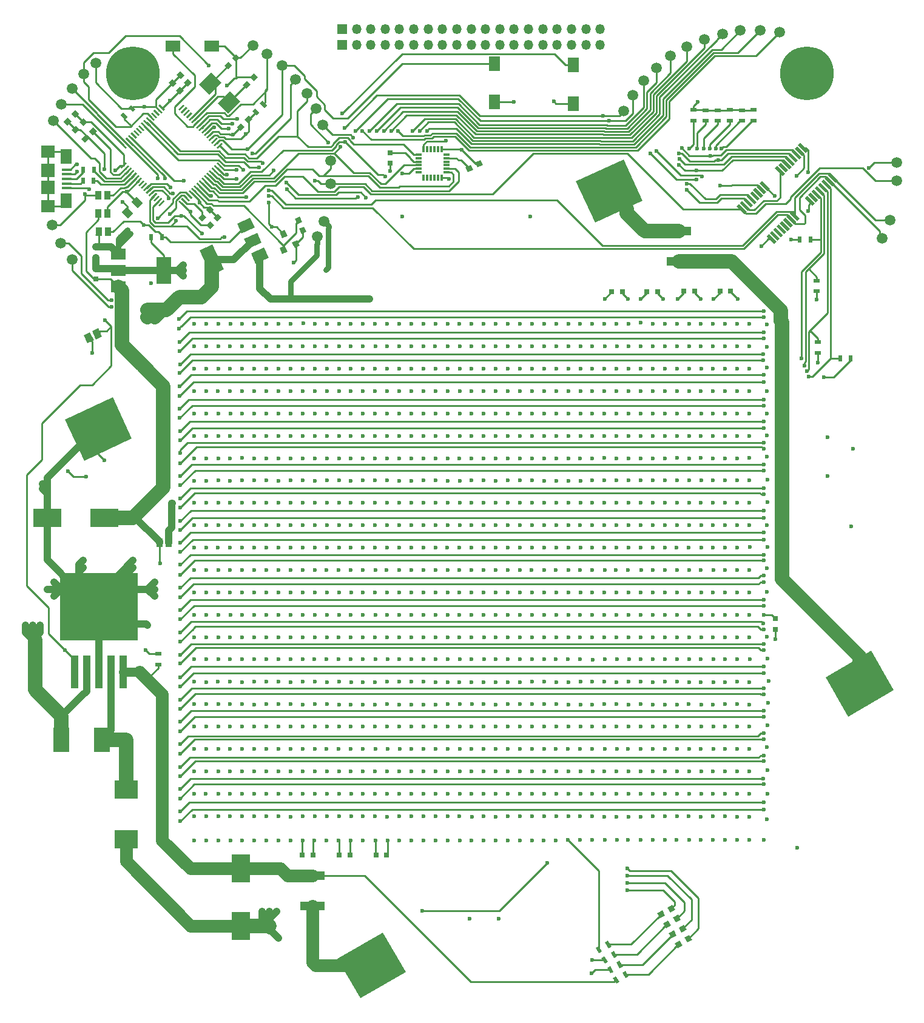
<source format=gbl>
G04 #@! TF.FileFunction,Copper,L4,Bot,Signal*
%FSLAX46Y46*%
G04 Gerber Fmt 4.6, Leading zero omitted, Abs format (unit mm)*
G04 Created by KiCad (PCBNEW 4.0.6+dfsg1-1) date Wed Jun  6 23:31:45 2018*
%MOMM*%
%LPD*%
G01*
G04 APERTURE LIST*
%ADD10C,0.100000*%
%ADD11R,0.500000X0.900000*%
%ADD12R,1.350000X1.350000*%
%ADD13O,1.350000X1.350000*%
%ADD14C,7.500000*%
%ADD15R,3.300000X2.500000*%
%ADD16R,4.000000X2.500000*%
%ADD17R,2.260600X3.505200*%
%ADD18R,0.900000X0.500000*%
%ADD19R,0.800000X0.750000*%
%ADD20R,0.750000X0.800000*%
%ADD21R,0.970000X1.270000*%
%ADD22C,1.500000*%
%ADD23R,1.100000X4.600000*%
%ADD24R,10.800000X9.400000*%
%ADD25R,5.250000X4.550000*%
%ADD26R,3.400000X1.210000*%
%ADD27R,2.500000X4.000000*%
%ADD28R,2.000000X3.800000*%
%ADD29R,2.000000X1.500000*%
%ADD30R,1.600000X2.000000*%
%ADD31R,2.000000X1.600000*%
%ADD32R,1.350000X0.400000*%
%ADD33R,1.600000X2.100000*%
%ADD34R,1.900000X1.900000*%
%ADD35R,1.900000X1.800000*%
%ADD36R,0.300000X0.850000*%
%ADD37R,0.850000X0.300000*%
%ADD38C,0.600000*%
%ADD39C,1.000000*%
%ADD40C,0.250000*%
%ADD41C,0.750000*%
%ADD42C,2.000000*%
%ADD43C,1.750000*%
%ADD44C,1.250000*%
G04 APERTURE END LIST*
D10*
D11*
X122500000Y-78000000D03*
X121000000Y-78000000D03*
D12*
X157175000Y-59000000D03*
D13*
X159175000Y-59000000D03*
X161175000Y-59000000D03*
X163175000Y-59000000D03*
X165175000Y-59000000D03*
X167175000Y-59000000D03*
X169175000Y-59000000D03*
X171175000Y-59000000D03*
X173175000Y-59000000D03*
X175175000Y-59000000D03*
X177175000Y-59000000D03*
X179175000Y-59000000D03*
X181175000Y-59000000D03*
X183175000Y-59000000D03*
X185175000Y-59000000D03*
X187175000Y-59000000D03*
X189175000Y-59000000D03*
X191175000Y-59000000D03*
X193175000Y-59000000D03*
D14*
X222000000Y-63000000D03*
D10*
G36*
X126911091Y-69425305D02*
X126274695Y-68788909D01*
X126628249Y-68435355D01*
X127264645Y-69071751D01*
X126911091Y-69425305D01*
X126911091Y-69425305D01*
G37*
G36*
X127971751Y-68364645D02*
X127335355Y-67728249D01*
X127688909Y-67374695D01*
X128325305Y-68011091D01*
X127971751Y-68364645D01*
X127971751Y-68364645D01*
G37*
D15*
X127010000Y-169900000D03*
X127000000Y-163000000D03*
D16*
X124000000Y-125000000D03*
X116000000Y-125000000D03*
D17*
X118000000Y-156000000D03*
X123638800Y-156000000D03*
D18*
X211250000Y-68100000D03*
X211250000Y-69600000D03*
X206200000Y-68100000D03*
X206200000Y-69600000D03*
X214610000Y-68090000D03*
X214610000Y-69590000D03*
X212940000Y-68110000D03*
X212940000Y-69610000D03*
D11*
X228150000Y-102800000D03*
X226650000Y-102800000D03*
D18*
X223600000Y-102000000D03*
X223600000Y-100500000D03*
X223400000Y-93400000D03*
X223400000Y-91900000D03*
D11*
X221050000Y-86200000D03*
X222550000Y-86200000D03*
D18*
X209590000Y-68110000D03*
X209590000Y-69610000D03*
X207880000Y-68110000D03*
X207880000Y-69610000D03*
D19*
X201200000Y-93500000D03*
X199700000Y-93500000D03*
X211400000Y-93400000D03*
X209900000Y-93400000D03*
X206350000Y-93400000D03*
X204850000Y-93400000D03*
X163400000Y-172100000D03*
X161900000Y-172100000D03*
X153100000Y-172100000D03*
X151600000Y-172100000D03*
D20*
X217600000Y-140600000D03*
X217600000Y-139100000D03*
D19*
X196300000Y-93500000D03*
X194800000Y-93500000D03*
X156750000Y-172100000D03*
X158250000Y-172100000D03*
D10*
G36*
X159687629Y-192114631D02*
X156512629Y-186615369D01*
X162869255Y-182945369D01*
X166044255Y-188444631D01*
X159687629Y-192114631D01*
X159687629Y-192114631D01*
G37*
G36*
X227809187Y-152784631D02*
X224634187Y-147285369D01*
X230990813Y-143615369D01*
X234165813Y-149114631D01*
X227809187Y-152784631D01*
X227809187Y-152784631D01*
G37*
G36*
X123687996Y-99729584D02*
X122808877Y-100139523D01*
X122272152Y-98988512D01*
X123151271Y-98578573D01*
X123687996Y-99729584D01*
X123687996Y-99729584D01*
G37*
G36*
X122527922Y-100270536D02*
X121648803Y-100680475D01*
X121112078Y-99529464D01*
X121991197Y-99119525D01*
X122527922Y-100270536D01*
X122527922Y-100270536D01*
G37*
D21*
X124440000Y-80020000D03*
X123160000Y-80020000D03*
X123130000Y-82530000D03*
X124410000Y-82530000D03*
D10*
G36*
X205639230Y-183253590D02*
X206039230Y-183946410D01*
X205346410Y-184346410D01*
X204946410Y-183653590D01*
X205639230Y-183253590D01*
X205639230Y-183253590D01*
G37*
G36*
X204253590Y-184053590D02*
X204653590Y-184746410D01*
X203960770Y-185146410D01*
X203560770Y-184453590D01*
X204253590Y-184053590D01*
X204253590Y-184053590D01*
G37*
G36*
X195409456Y-190064711D02*
X194959456Y-189285289D01*
X195392468Y-189035289D01*
X195842468Y-189814711D01*
X195409456Y-190064711D01*
X195409456Y-190064711D01*
G37*
G36*
X196708494Y-189314711D02*
X196258494Y-188535289D01*
X196691506Y-188285289D01*
X197141506Y-189064711D01*
X196708494Y-189314711D01*
X196708494Y-189314711D01*
G37*
G36*
X193809456Y-187264711D02*
X193359456Y-186485289D01*
X193792468Y-186235289D01*
X194242468Y-187014711D01*
X193809456Y-187264711D01*
X193809456Y-187264711D01*
G37*
G36*
X195108494Y-186514711D02*
X194658494Y-185735289D01*
X195091506Y-185485289D01*
X195541506Y-186264711D01*
X195108494Y-186514711D01*
X195108494Y-186514711D01*
G37*
D22*
X148800000Y-61900000D03*
X154600000Y-83600000D03*
X150700000Y-63800000D03*
X121100000Y-63100000D03*
X117900000Y-86700000D03*
X119500000Y-89000000D03*
X154500000Y-70200000D03*
X152300000Y-65800000D03*
X153500000Y-67900000D03*
X155590000Y-75200000D03*
X155600000Y-78400000D03*
X146700000Y-60300000D03*
X122800000Y-61500000D03*
X118000000Y-67300000D03*
X116900000Y-69600000D03*
X116730000Y-84140000D03*
D23*
X126625000Y-146575000D03*
X124925000Y-146575000D03*
X123225000Y-146575000D03*
X121525000Y-146575000D03*
X119825000Y-146575000D03*
D24*
X123225000Y-137425000D03*
D25*
X120450000Y-135000000D03*
X126000000Y-139850000D03*
X126000000Y-135000000D03*
X120450000Y-139850000D03*
D26*
X204200000Y-89210000D03*
X204200000Y-85000000D03*
X153000000Y-179210000D03*
X153000000Y-175000000D03*
D27*
X143000000Y-174000000D03*
X143000000Y-182000000D03*
D18*
X131500000Y-145500000D03*
X131500000Y-144000000D03*
D10*
G36*
X141297678Y-61331992D02*
X141828008Y-61862322D01*
X141262322Y-62428008D01*
X140731992Y-61897678D01*
X141297678Y-61331992D01*
X141297678Y-61331992D01*
G37*
G36*
X142358338Y-60271332D02*
X142888668Y-60801662D01*
X142322982Y-61367348D01*
X141792652Y-60837018D01*
X142358338Y-60271332D01*
X142358338Y-60271332D01*
G37*
G36*
X144882982Y-64057348D02*
X144352652Y-63527018D01*
X144918338Y-62961332D01*
X145448668Y-63491662D01*
X144882982Y-64057348D01*
X144882982Y-64057348D01*
G37*
G36*
X143822322Y-65118008D02*
X143291992Y-64587678D01*
X143857678Y-64021992D01*
X144388008Y-64552322D01*
X143822322Y-65118008D01*
X143822322Y-65118008D01*
G37*
G36*
X138702982Y-82567348D02*
X138172652Y-82037018D01*
X138738338Y-81471332D01*
X139268668Y-82001662D01*
X138702982Y-82567348D01*
X138702982Y-82567348D01*
G37*
G36*
X137642322Y-83628008D02*
X137111992Y-83097678D01*
X137677678Y-82531992D01*
X138208008Y-83062322D01*
X137642322Y-83628008D01*
X137642322Y-83628008D01*
G37*
G36*
X121357018Y-71572652D02*
X121887348Y-72102982D01*
X121321662Y-72668668D01*
X120791332Y-72138338D01*
X121357018Y-71572652D01*
X121357018Y-71572652D01*
G37*
G36*
X122417678Y-70511992D02*
X122948008Y-71042322D01*
X122382322Y-71608008D01*
X121851992Y-71077678D01*
X122417678Y-70511992D01*
X122417678Y-70511992D01*
G37*
G36*
X135148008Y-63217678D02*
X134617678Y-63748008D01*
X134051992Y-63182322D01*
X134582322Y-62651992D01*
X135148008Y-63217678D01*
X135148008Y-63217678D01*
G37*
G36*
X136208668Y-64278338D02*
X135678338Y-64808668D01*
X135112652Y-64242982D01*
X135642982Y-63712652D01*
X136208668Y-64278338D01*
X136208668Y-64278338D01*
G37*
D20*
X122790000Y-88700000D03*
X122790000Y-87200000D03*
D10*
G36*
X138747018Y-83612652D02*
X139277348Y-84142982D01*
X138711662Y-84708668D01*
X138181332Y-84178338D01*
X138747018Y-83612652D01*
X138747018Y-83612652D01*
G37*
G36*
X139807678Y-82551992D02*
X140338008Y-83082322D01*
X139772322Y-83648008D01*
X139241992Y-83117678D01*
X139807678Y-82551992D01*
X139807678Y-82551992D01*
G37*
G36*
X121022652Y-70317678D02*
X120492322Y-69787348D01*
X121058008Y-69221662D01*
X121588338Y-69751992D01*
X121022652Y-70317678D01*
X121022652Y-70317678D01*
G37*
G36*
X119961992Y-71378338D02*
X119431662Y-70848008D01*
X119997348Y-70282322D01*
X120527678Y-70812652D01*
X119961992Y-71378338D01*
X119961992Y-71378338D01*
G37*
G36*
X144082322Y-69948008D02*
X143551992Y-69417678D01*
X144117678Y-68851992D01*
X144648008Y-69382322D01*
X144082322Y-69948008D01*
X144082322Y-69948008D01*
G37*
G36*
X143021662Y-71008668D02*
X142491332Y-70478338D01*
X143057018Y-69912652D01*
X143587348Y-70442982D01*
X143021662Y-71008668D01*
X143021662Y-71008668D01*
G37*
D20*
X122780000Y-90200000D03*
X122780000Y-91700000D03*
D10*
G36*
X118867018Y-69152652D02*
X119397348Y-69682982D01*
X118831662Y-70248668D01*
X118301332Y-69718338D01*
X118867018Y-69152652D01*
X118867018Y-69152652D01*
G37*
G36*
X119927678Y-68091992D02*
X120458008Y-68622322D01*
X119892322Y-69188008D01*
X119361992Y-68657678D01*
X119927678Y-68091992D01*
X119927678Y-68091992D01*
G37*
G36*
X128511612Y-80204505D02*
X129395495Y-81088388D01*
X128688388Y-81795495D01*
X127804505Y-80911612D01*
X128511612Y-80204505D01*
X128511612Y-80204505D01*
G37*
G36*
X127097398Y-81618719D02*
X127981281Y-82502602D01*
X127274174Y-83209709D01*
X126390291Y-82325826D01*
X127097398Y-81618719D01*
X127097398Y-81618719D01*
G37*
G36*
X134048008Y-64317678D02*
X133517678Y-64848008D01*
X132951992Y-64282322D01*
X133482322Y-63751992D01*
X134048008Y-64317678D01*
X134048008Y-64317678D01*
G37*
G36*
X135108668Y-65378338D02*
X134578338Y-65908668D01*
X134012652Y-65342982D01*
X134542982Y-64812652D01*
X135108668Y-65378338D01*
X135108668Y-65378338D01*
G37*
D20*
X163850000Y-74050000D03*
X163850000Y-75550000D03*
D10*
G36*
X176075690Y-76108913D02*
X175758726Y-75429182D01*
X176483772Y-75091087D01*
X176800736Y-75770818D01*
X176075690Y-76108913D01*
X176075690Y-76108913D01*
G37*
G36*
X174716228Y-76742841D02*
X174399264Y-76063110D01*
X175124310Y-75725015D01*
X175441274Y-76404746D01*
X174716228Y-76742841D01*
X174716228Y-76742841D01*
G37*
G36*
X145280761Y-68855635D02*
X144644365Y-68219239D01*
X144997919Y-67865685D01*
X145634315Y-68502081D01*
X145280761Y-68855635D01*
X145280761Y-68855635D01*
G37*
G36*
X146341421Y-67794975D02*
X145705025Y-67158579D01*
X146058579Y-66805025D01*
X146694975Y-67441421D01*
X146341421Y-67794975D01*
X146341421Y-67794975D01*
G37*
D11*
X122550000Y-76400000D03*
X121050000Y-76400000D03*
D22*
X232500000Y-86000000D03*
X234600000Y-78000000D03*
X234600000Y-75400000D03*
X233600000Y-83460000D03*
D28*
X132250000Y-90500000D03*
D29*
X125950000Y-90500000D03*
X125950000Y-88200000D03*
X125950000Y-92800000D03*
D10*
G36*
X135022881Y-67308058D02*
X135199658Y-67484835D01*
X134492551Y-68191942D01*
X134315774Y-68015165D01*
X135022881Y-67308058D01*
X135022881Y-67308058D01*
G37*
G36*
X135376435Y-67661611D02*
X135553212Y-67838388D01*
X134846105Y-68545495D01*
X134669328Y-68368718D01*
X135376435Y-67661611D01*
X135376435Y-67661611D01*
G37*
G36*
X135729988Y-68015165D02*
X135906765Y-68191942D01*
X135199658Y-68899049D01*
X135022881Y-68722272D01*
X135729988Y-68015165D01*
X135729988Y-68015165D01*
G37*
G36*
X136083541Y-68368718D02*
X136260318Y-68545495D01*
X135553211Y-69252602D01*
X135376434Y-69075825D01*
X136083541Y-68368718D01*
X136083541Y-68368718D01*
G37*
G36*
X136437095Y-68722271D02*
X136613872Y-68899048D01*
X135906765Y-69606155D01*
X135729988Y-69429378D01*
X136437095Y-68722271D01*
X136437095Y-68722271D01*
G37*
G36*
X136790648Y-69075825D02*
X136967425Y-69252602D01*
X136260318Y-69959709D01*
X136083541Y-69782932D01*
X136790648Y-69075825D01*
X136790648Y-69075825D01*
G37*
G36*
X137144202Y-69429378D02*
X137320979Y-69606155D01*
X136613872Y-70313262D01*
X136437095Y-70136485D01*
X137144202Y-69429378D01*
X137144202Y-69429378D01*
G37*
G36*
X137497755Y-69782932D02*
X137674532Y-69959709D01*
X136967425Y-70666816D01*
X136790648Y-70490039D01*
X137497755Y-69782932D01*
X137497755Y-69782932D01*
G37*
G36*
X137851308Y-70136485D02*
X138028085Y-70313262D01*
X137320978Y-71020369D01*
X137144201Y-70843592D01*
X137851308Y-70136485D01*
X137851308Y-70136485D01*
G37*
G36*
X138204862Y-70490038D02*
X138381639Y-70666815D01*
X137674532Y-71373922D01*
X137497755Y-71197145D01*
X138204862Y-70490038D01*
X138204862Y-70490038D01*
G37*
G36*
X138558415Y-70843592D02*
X138735192Y-71020369D01*
X138028085Y-71727476D01*
X137851308Y-71550699D01*
X138558415Y-70843592D01*
X138558415Y-70843592D01*
G37*
G36*
X138911969Y-71197145D02*
X139088746Y-71373922D01*
X138381639Y-72081029D01*
X138204862Y-71904252D01*
X138911969Y-71197145D01*
X138911969Y-71197145D01*
G37*
G36*
X139265522Y-71550699D02*
X139442299Y-71727476D01*
X138735192Y-72434583D01*
X138558415Y-72257806D01*
X139265522Y-71550699D01*
X139265522Y-71550699D01*
G37*
G36*
X139619075Y-71904252D02*
X139795852Y-72081029D01*
X139088745Y-72788136D01*
X138911968Y-72611359D01*
X139619075Y-71904252D01*
X139619075Y-71904252D01*
G37*
G36*
X139972629Y-72257805D02*
X140149406Y-72434582D01*
X139442299Y-73141689D01*
X139265522Y-72964912D01*
X139972629Y-72257805D01*
X139972629Y-72257805D01*
G37*
G36*
X140326182Y-72611359D02*
X140502959Y-72788136D01*
X139795852Y-73495243D01*
X139619075Y-73318466D01*
X140326182Y-72611359D01*
X140326182Y-72611359D01*
G37*
G36*
X140502959Y-76076182D02*
X140326182Y-76252959D01*
X139619075Y-75545852D01*
X139795852Y-75369075D01*
X140502959Y-76076182D01*
X140502959Y-76076182D01*
G37*
G36*
X140149406Y-76429736D02*
X139972629Y-76606513D01*
X139265522Y-75899406D01*
X139442299Y-75722629D01*
X140149406Y-76429736D01*
X140149406Y-76429736D01*
G37*
G36*
X139795852Y-76783289D02*
X139619075Y-76960066D01*
X138911968Y-76252959D01*
X139088745Y-76076182D01*
X139795852Y-76783289D01*
X139795852Y-76783289D01*
G37*
G36*
X139442299Y-77136842D02*
X139265522Y-77313619D01*
X138558415Y-76606512D01*
X138735192Y-76429735D01*
X139442299Y-77136842D01*
X139442299Y-77136842D01*
G37*
G36*
X139088746Y-77490396D02*
X138911969Y-77667173D01*
X138204862Y-76960066D01*
X138381639Y-76783289D01*
X139088746Y-77490396D01*
X139088746Y-77490396D01*
G37*
G36*
X138735192Y-77843949D02*
X138558415Y-78020726D01*
X137851308Y-77313619D01*
X138028085Y-77136842D01*
X138735192Y-77843949D01*
X138735192Y-77843949D01*
G37*
G36*
X138381639Y-78197503D02*
X138204862Y-78374280D01*
X137497755Y-77667173D01*
X137674532Y-77490396D01*
X138381639Y-78197503D01*
X138381639Y-78197503D01*
G37*
G36*
X138028085Y-78551056D02*
X137851308Y-78727833D01*
X137144201Y-78020726D01*
X137320978Y-77843949D01*
X138028085Y-78551056D01*
X138028085Y-78551056D01*
G37*
G36*
X137674532Y-78904609D02*
X137497755Y-79081386D01*
X136790648Y-78374279D01*
X136967425Y-78197502D01*
X137674532Y-78904609D01*
X137674532Y-78904609D01*
G37*
G36*
X137320979Y-79258163D02*
X137144202Y-79434940D01*
X136437095Y-78727833D01*
X136613872Y-78551056D01*
X137320979Y-79258163D01*
X137320979Y-79258163D01*
G37*
G36*
X136967425Y-79611716D02*
X136790648Y-79788493D01*
X136083541Y-79081386D01*
X136260318Y-78904609D01*
X136967425Y-79611716D01*
X136967425Y-79611716D01*
G37*
G36*
X136613872Y-79965270D02*
X136437095Y-80142047D01*
X135729988Y-79434940D01*
X135906765Y-79258163D01*
X136613872Y-79965270D01*
X136613872Y-79965270D01*
G37*
G36*
X136260318Y-80318823D02*
X136083541Y-80495600D01*
X135376434Y-79788493D01*
X135553211Y-79611716D01*
X136260318Y-80318823D01*
X136260318Y-80318823D01*
G37*
G36*
X135906765Y-80672376D02*
X135729988Y-80849153D01*
X135022881Y-80142046D01*
X135199658Y-79965269D01*
X135906765Y-80672376D01*
X135906765Y-80672376D01*
G37*
G36*
X135553212Y-81025930D02*
X135376435Y-81202707D01*
X134669328Y-80495600D01*
X134846105Y-80318823D01*
X135553212Y-81025930D01*
X135553212Y-81025930D01*
G37*
G36*
X135199658Y-81379483D02*
X135022881Y-81556260D01*
X134315774Y-80849153D01*
X134492551Y-80672376D01*
X135199658Y-81379483D01*
X135199658Y-81379483D01*
G37*
G36*
X132265165Y-80672376D02*
X132441942Y-80849153D01*
X131734835Y-81556260D01*
X131558058Y-81379483D01*
X132265165Y-80672376D01*
X132265165Y-80672376D01*
G37*
G36*
X131911611Y-80318823D02*
X132088388Y-80495600D01*
X131381281Y-81202707D01*
X131204504Y-81025930D01*
X131911611Y-80318823D01*
X131911611Y-80318823D01*
G37*
G36*
X131558058Y-79965269D02*
X131734835Y-80142046D01*
X131027728Y-80849153D01*
X130850951Y-80672376D01*
X131558058Y-79965269D01*
X131558058Y-79965269D01*
G37*
G36*
X131204505Y-79611716D02*
X131381282Y-79788493D01*
X130674175Y-80495600D01*
X130497398Y-80318823D01*
X131204505Y-79611716D01*
X131204505Y-79611716D01*
G37*
G36*
X130850951Y-79258163D02*
X131027728Y-79434940D01*
X130320621Y-80142047D01*
X130143844Y-79965270D01*
X130850951Y-79258163D01*
X130850951Y-79258163D01*
G37*
G36*
X130497398Y-78904609D02*
X130674175Y-79081386D01*
X129967068Y-79788493D01*
X129790291Y-79611716D01*
X130497398Y-78904609D01*
X130497398Y-78904609D01*
G37*
G36*
X130143844Y-78551056D02*
X130320621Y-78727833D01*
X129613514Y-79434940D01*
X129436737Y-79258163D01*
X130143844Y-78551056D01*
X130143844Y-78551056D01*
G37*
G36*
X129790291Y-78197502D02*
X129967068Y-78374279D01*
X129259961Y-79081386D01*
X129083184Y-78904609D01*
X129790291Y-78197502D01*
X129790291Y-78197502D01*
G37*
G36*
X129436738Y-77843949D02*
X129613515Y-78020726D01*
X128906408Y-78727833D01*
X128729631Y-78551056D01*
X129436738Y-77843949D01*
X129436738Y-77843949D01*
G37*
G36*
X129083184Y-77490396D02*
X129259961Y-77667173D01*
X128552854Y-78374280D01*
X128376077Y-78197503D01*
X129083184Y-77490396D01*
X129083184Y-77490396D01*
G37*
G36*
X128729631Y-77136842D02*
X128906408Y-77313619D01*
X128199301Y-78020726D01*
X128022524Y-77843949D01*
X128729631Y-77136842D01*
X128729631Y-77136842D01*
G37*
G36*
X128376077Y-76783289D02*
X128552854Y-76960066D01*
X127845747Y-77667173D01*
X127668970Y-77490396D01*
X128376077Y-76783289D01*
X128376077Y-76783289D01*
G37*
G36*
X128022524Y-76429735D02*
X128199301Y-76606512D01*
X127492194Y-77313619D01*
X127315417Y-77136842D01*
X128022524Y-76429735D01*
X128022524Y-76429735D01*
G37*
G36*
X127668971Y-76076182D02*
X127845748Y-76252959D01*
X127138641Y-76960066D01*
X126961864Y-76783289D01*
X127668971Y-76076182D01*
X127668971Y-76076182D01*
G37*
G36*
X127315417Y-75722629D02*
X127492194Y-75899406D01*
X126785087Y-76606513D01*
X126608310Y-76429736D01*
X127315417Y-75722629D01*
X127315417Y-75722629D01*
G37*
G36*
X126961864Y-75369075D02*
X127138641Y-75545852D01*
X126431534Y-76252959D01*
X126254757Y-76076182D01*
X126961864Y-75369075D01*
X126961864Y-75369075D01*
G37*
G36*
X127138641Y-73318466D02*
X126961864Y-73495243D01*
X126254757Y-72788136D01*
X126431534Y-72611359D01*
X127138641Y-73318466D01*
X127138641Y-73318466D01*
G37*
G36*
X127492194Y-72964912D02*
X127315417Y-73141689D01*
X126608310Y-72434582D01*
X126785087Y-72257805D01*
X127492194Y-72964912D01*
X127492194Y-72964912D01*
G37*
G36*
X127845748Y-72611359D02*
X127668971Y-72788136D01*
X126961864Y-72081029D01*
X127138641Y-71904252D01*
X127845748Y-72611359D01*
X127845748Y-72611359D01*
G37*
G36*
X128199301Y-72257806D02*
X128022524Y-72434583D01*
X127315417Y-71727476D01*
X127492194Y-71550699D01*
X128199301Y-72257806D01*
X128199301Y-72257806D01*
G37*
G36*
X128552854Y-71904252D02*
X128376077Y-72081029D01*
X127668970Y-71373922D01*
X127845747Y-71197145D01*
X128552854Y-71904252D01*
X128552854Y-71904252D01*
G37*
G36*
X128906408Y-71550699D02*
X128729631Y-71727476D01*
X128022524Y-71020369D01*
X128199301Y-70843592D01*
X128906408Y-71550699D01*
X128906408Y-71550699D01*
G37*
G36*
X129259961Y-71197145D02*
X129083184Y-71373922D01*
X128376077Y-70666815D01*
X128552854Y-70490038D01*
X129259961Y-71197145D01*
X129259961Y-71197145D01*
G37*
G36*
X129613515Y-70843592D02*
X129436738Y-71020369D01*
X128729631Y-70313262D01*
X128906408Y-70136485D01*
X129613515Y-70843592D01*
X129613515Y-70843592D01*
G37*
G36*
X129967068Y-70490039D02*
X129790291Y-70666816D01*
X129083184Y-69959709D01*
X129259961Y-69782932D01*
X129967068Y-70490039D01*
X129967068Y-70490039D01*
G37*
G36*
X130320621Y-70136485D02*
X130143844Y-70313262D01*
X129436737Y-69606155D01*
X129613514Y-69429378D01*
X130320621Y-70136485D01*
X130320621Y-70136485D01*
G37*
G36*
X130674175Y-69782932D02*
X130497398Y-69959709D01*
X129790291Y-69252602D01*
X129967068Y-69075825D01*
X130674175Y-69782932D01*
X130674175Y-69782932D01*
G37*
G36*
X131027728Y-69429378D02*
X130850951Y-69606155D01*
X130143844Y-68899048D01*
X130320621Y-68722271D01*
X131027728Y-69429378D01*
X131027728Y-69429378D01*
G37*
G36*
X131381282Y-69075825D02*
X131204505Y-69252602D01*
X130497398Y-68545495D01*
X130674175Y-68368718D01*
X131381282Y-69075825D01*
X131381282Y-69075825D01*
G37*
G36*
X131734835Y-68722272D02*
X131558058Y-68899049D01*
X130850951Y-68191942D01*
X131027728Y-68015165D01*
X131734835Y-68722272D01*
X131734835Y-68722272D01*
G37*
G36*
X132088388Y-68368718D02*
X131911611Y-68545495D01*
X131204504Y-67838388D01*
X131381281Y-67661611D01*
X132088388Y-68368718D01*
X132088388Y-68368718D01*
G37*
G36*
X132441942Y-68015165D02*
X132265165Y-68191942D01*
X131558058Y-67484835D01*
X131734835Y-67308058D01*
X132441942Y-68015165D01*
X132441942Y-68015165D01*
G37*
G36*
X137228069Y-64525125D02*
X138925125Y-62828069D01*
X140339339Y-64242283D01*
X138642283Y-65939339D01*
X137228069Y-64525125D01*
X137228069Y-64525125D01*
G37*
G36*
X139844365Y-67141421D02*
X141541421Y-65444365D01*
X142955635Y-66858579D01*
X141258579Y-68555635D01*
X139844365Y-67141421D01*
X139844365Y-67141421D01*
G37*
D21*
X132950000Y-128470000D03*
X131670000Y-128470000D03*
X124470000Y-85070000D03*
X123190000Y-85070000D03*
D10*
G36*
X204046410Y-180453590D02*
X204446410Y-181146410D01*
X203753590Y-181546410D01*
X203353590Y-180853590D01*
X204046410Y-180453590D01*
X204046410Y-180453590D01*
G37*
G36*
X202660770Y-181253590D02*
X203060770Y-181946410D01*
X202367950Y-182346410D01*
X201967950Y-181653590D01*
X202660770Y-181253590D01*
X202660770Y-181253590D01*
G37*
G36*
X204839230Y-181853590D02*
X205239230Y-182546410D01*
X204546410Y-182946410D01*
X204146410Y-182253590D01*
X204839230Y-181853590D01*
X204839230Y-181853590D01*
G37*
G36*
X203453590Y-182653590D02*
X203853590Y-183346410D01*
X203160770Y-183746410D01*
X202760770Y-183053590D01*
X203453590Y-182653590D01*
X203453590Y-182653590D01*
G37*
G36*
X203239230Y-179053590D02*
X203639230Y-179746410D01*
X202946410Y-180146410D01*
X202546410Y-179453590D01*
X203239230Y-179053590D01*
X203239230Y-179053590D01*
G37*
G36*
X201853590Y-179853590D02*
X202253590Y-180546410D01*
X201560770Y-180946410D01*
X201160770Y-180253590D01*
X201853590Y-179853590D01*
X201853590Y-179853590D01*
G37*
G36*
X139103333Y-86855397D02*
X140709282Y-90299367D01*
X138896667Y-91144603D01*
X137290718Y-87700633D01*
X139103333Y-86855397D01*
X139103333Y-86855397D01*
G37*
G36*
X145299084Y-85235155D02*
X145933011Y-86594617D01*
X144120396Y-87439853D01*
X143486469Y-86080391D01*
X145299084Y-85235155D01*
X145299084Y-85235155D01*
G37*
G36*
X146271106Y-87319663D02*
X146905033Y-88679125D01*
X145092418Y-89524361D01*
X144458491Y-88164899D01*
X146271106Y-87319663D01*
X146271106Y-87319663D01*
G37*
G36*
X144327062Y-83150648D02*
X144960989Y-84510110D01*
X143148374Y-85355346D01*
X142514447Y-83995884D01*
X144327062Y-83150648D01*
X144327062Y-83150648D01*
G37*
G36*
X194609456Y-188664711D02*
X194159456Y-187885289D01*
X194592468Y-187635289D01*
X195042468Y-188414711D01*
X194609456Y-188664711D01*
X194609456Y-188664711D01*
G37*
G36*
X195908494Y-187914711D02*
X195458494Y-187135289D01*
X195891506Y-186885289D01*
X196341506Y-187664711D01*
X195908494Y-187914711D01*
X195908494Y-187914711D01*
G37*
D11*
X132010000Y-85800000D03*
X130510000Y-85800000D03*
D10*
G36*
X193008975Y-185864711D02*
X192558975Y-185085289D01*
X192991987Y-184835289D01*
X193441987Y-185614711D01*
X193008975Y-185864711D01*
X193008975Y-185864711D01*
G37*
G36*
X194308013Y-185114711D02*
X193858013Y-184335289D01*
X194291025Y-184085289D01*
X194741025Y-184864711D01*
X194308013Y-185114711D01*
X194308013Y-185114711D01*
G37*
D22*
X144700000Y-59100000D03*
X119500000Y-65100000D03*
X153690000Y-85720000D03*
D10*
G36*
X226349048Y-77911612D02*
X226030850Y-78229810D01*
X224970190Y-77169150D01*
X225288388Y-76850952D01*
X226349048Y-77911612D01*
X226349048Y-77911612D01*
G37*
G36*
X225889429Y-78371231D02*
X225571231Y-78689429D01*
X224510571Y-77628769D01*
X224828769Y-77310571D01*
X225889429Y-78371231D01*
X225889429Y-78371231D01*
G37*
G36*
X225429809Y-78830851D02*
X225111611Y-79149049D01*
X224050951Y-78088389D01*
X224369149Y-77770191D01*
X225429809Y-78830851D01*
X225429809Y-78830851D01*
G37*
G36*
X224970190Y-79290470D02*
X224651992Y-79608668D01*
X223591332Y-78548008D01*
X223909530Y-78229810D01*
X224970190Y-79290470D01*
X224970190Y-79290470D01*
G37*
G36*
X224510570Y-79750090D02*
X224192372Y-80068288D01*
X223131712Y-79007628D01*
X223449910Y-78689430D01*
X224510570Y-79750090D01*
X224510570Y-79750090D01*
G37*
G36*
X224050951Y-80209709D02*
X223732753Y-80527907D01*
X222672093Y-79467247D01*
X222990291Y-79149049D01*
X224050951Y-80209709D01*
X224050951Y-80209709D01*
G37*
G36*
X223591331Y-80669329D02*
X223273133Y-80987527D01*
X222212473Y-79926867D01*
X222530671Y-79608669D01*
X223591331Y-80669329D01*
X223591331Y-80669329D01*
G37*
G36*
X223131712Y-81128948D02*
X222813514Y-81447146D01*
X221752854Y-80386486D01*
X222071052Y-80068288D01*
X223131712Y-81128948D01*
X223131712Y-81128948D01*
G37*
G36*
X218959782Y-76957018D02*
X218641584Y-77275216D01*
X217580924Y-76214556D01*
X217899122Y-75896358D01*
X218959782Y-76957018D01*
X218959782Y-76957018D01*
G37*
G36*
X219419401Y-76497399D02*
X219101203Y-76815597D01*
X218040543Y-75754937D01*
X218358741Y-75436739D01*
X219419401Y-76497399D01*
X219419401Y-76497399D01*
G37*
G36*
X219879021Y-76037779D02*
X219560823Y-76355977D01*
X218500163Y-75295317D01*
X218818361Y-74977119D01*
X219879021Y-76037779D01*
X219879021Y-76037779D01*
G37*
G36*
X220338640Y-75578160D02*
X220020442Y-75896358D01*
X218959782Y-74835698D01*
X219277980Y-74517500D01*
X220338640Y-75578160D01*
X220338640Y-75578160D01*
G37*
G36*
X220798260Y-75118540D02*
X220480062Y-75436738D01*
X219419402Y-74376078D01*
X219737600Y-74057880D01*
X220798260Y-75118540D01*
X220798260Y-75118540D01*
G37*
G36*
X221257879Y-74658921D02*
X220939681Y-74977119D01*
X219879021Y-73916459D01*
X220197219Y-73598261D01*
X221257879Y-74658921D01*
X221257879Y-74658921D01*
G37*
G36*
X221717499Y-74199301D02*
X221399301Y-74517499D01*
X220338641Y-73456839D01*
X220656839Y-73138641D01*
X221717499Y-74199301D01*
X221717499Y-74199301D01*
G37*
G36*
X222177118Y-73739682D02*
X221858920Y-74057880D01*
X220798260Y-72997220D01*
X221116458Y-72679022D01*
X222177118Y-73739682D01*
X222177118Y-73739682D01*
G37*
G36*
X221006765Y-83253895D02*
X220688567Y-83572093D01*
X219627907Y-82511433D01*
X219946105Y-82193235D01*
X221006765Y-83253895D01*
X221006765Y-83253895D01*
G37*
G36*
X220547146Y-83713514D02*
X220228948Y-84031712D01*
X219168288Y-82971052D01*
X219486486Y-82652854D01*
X220547146Y-83713514D01*
X220547146Y-83713514D01*
G37*
G36*
X220087526Y-84173134D02*
X219769328Y-84491332D01*
X218708668Y-83430672D01*
X219026866Y-83112474D01*
X220087526Y-84173134D01*
X220087526Y-84173134D01*
G37*
G36*
X219627907Y-84632753D02*
X219309709Y-84950951D01*
X218249049Y-83890291D01*
X218567247Y-83572093D01*
X219627907Y-84632753D01*
X219627907Y-84632753D01*
G37*
G36*
X219168287Y-85092373D02*
X218850089Y-85410571D01*
X217789429Y-84349911D01*
X218107627Y-84031713D01*
X219168287Y-85092373D01*
X219168287Y-85092373D01*
G37*
G36*
X218708668Y-85551992D02*
X218390470Y-85870190D01*
X217329810Y-84809530D01*
X217648008Y-84491332D01*
X218708668Y-85551992D01*
X218708668Y-85551992D01*
G37*
G36*
X218249048Y-86011612D02*
X217930850Y-86329810D01*
X216870190Y-85269150D01*
X217188388Y-84950952D01*
X218249048Y-86011612D01*
X218249048Y-86011612D01*
G37*
G36*
X217789429Y-86471231D02*
X217471231Y-86789429D01*
X216410571Y-85728769D01*
X216728769Y-85410571D01*
X217789429Y-86471231D01*
X217789429Y-86471231D01*
G37*
G36*
X213617499Y-82299301D02*
X213299301Y-82617499D01*
X212238641Y-81556839D01*
X212556839Y-81238641D01*
X213617499Y-82299301D01*
X213617499Y-82299301D01*
G37*
G36*
X214077118Y-81839682D02*
X213758920Y-82157880D01*
X212698260Y-81097220D01*
X213016458Y-80779022D01*
X214077118Y-81839682D01*
X214077118Y-81839682D01*
G37*
G36*
X214536738Y-81380062D02*
X214218540Y-81698260D01*
X213157880Y-80637600D01*
X213476078Y-80319402D01*
X214536738Y-81380062D01*
X214536738Y-81380062D01*
G37*
G36*
X214996357Y-80920443D02*
X214678159Y-81238641D01*
X213617499Y-80177981D01*
X213935697Y-79859783D01*
X214996357Y-80920443D01*
X214996357Y-80920443D01*
G37*
G36*
X215455977Y-80460823D02*
X215137779Y-80779021D01*
X214077119Y-79718361D01*
X214395317Y-79400163D01*
X215455977Y-80460823D01*
X215455977Y-80460823D01*
G37*
G36*
X215915596Y-80001204D02*
X215597398Y-80319402D01*
X214536738Y-79258742D01*
X214854936Y-78940544D01*
X215915596Y-80001204D01*
X215915596Y-80001204D01*
G37*
G36*
X216375216Y-79541584D02*
X216057018Y-79859782D01*
X214996358Y-78799122D01*
X215314556Y-78480924D01*
X216375216Y-79541584D01*
X216375216Y-79541584D01*
G37*
G36*
X216834835Y-79081965D02*
X216516637Y-79400163D01*
X215455977Y-78339503D01*
X215774175Y-78021305D01*
X216834835Y-79081965D01*
X216834835Y-79081965D01*
G37*
D14*
X128000000Y-63000000D03*
D30*
X178400000Y-61600000D03*
X178400000Y-67000000D03*
D22*
X196500000Y-68250000D03*
X197750000Y-66000000D03*
X199250000Y-64000000D03*
X201000000Y-62250000D03*
X203000000Y-60500000D03*
X205250000Y-59250000D03*
X207750000Y-58250000D03*
X210250000Y-57500000D03*
X212750000Y-57000000D03*
X215500000Y-57000000D03*
X218250000Y-57250000D03*
D12*
X157175000Y-56775000D03*
D13*
X159175000Y-56775000D03*
X161175000Y-56775000D03*
X163175000Y-56775000D03*
X165175000Y-56775000D03*
X167175000Y-56775000D03*
X169175000Y-56775000D03*
X171175000Y-56775000D03*
X173175000Y-56775000D03*
X175175000Y-56775000D03*
X177175000Y-56775000D03*
X179175000Y-56775000D03*
X181175000Y-56775000D03*
X183175000Y-56775000D03*
X185175000Y-56775000D03*
X187175000Y-56775000D03*
X189175000Y-56775000D03*
X191175000Y-56775000D03*
X193175000Y-56775000D03*
D10*
G36*
X151208051Y-84675690D02*
X151887782Y-84358726D01*
X152225877Y-85083772D01*
X151546146Y-85400736D01*
X151208051Y-84675690D01*
X151208051Y-84675690D01*
G37*
G36*
X150574123Y-83316228D02*
X151253854Y-82999264D01*
X151591949Y-83724310D01*
X150912218Y-84041274D01*
X150574123Y-83316228D01*
X150574123Y-83316228D01*
G37*
D30*
X189400000Y-61800000D03*
X189400000Y-67200000D03*
D31*
X133600000Y-59200000D03*
X139000000Y-59200000D03*
D10*
G36*
X151258930Y-87049919D02*
X150533884Y-87388014D01*
X150153528Y-86572337D01*
X150878574Y-86234242D01*
X151258930Y-87049919D01*
X151258930Y-87049919D01*
G37*
G36*
X149536945Y-87852894D02*
X148811899Y-88190989D01*
X148431543Y-87375312D01*
X149156589Y-87037217D01*
X149536945Y-87852894D01*
X149536945Y-87852894D01*
G37*
G36*
X149552701Y-85638791D02*
X148827655Y-85976886D01*
X148447299Y-85161209D01*
X149172345Y-84823114D01*
X149552701Y-85638791D01*
X149552701Y-85638791D01*
G37*
D32*
X118775000Y-77700000D03*
X118775000Y-78350000D03*
X118775000Y-76400000D03*
X118775000Y-77050000D03*
X118775000Y-79000000D03*
D33*
X118650000Y-74600000D03*
X118650000Y-80800000D03*
D34*
X116100000Y-76500000D03*
X116100000Y-78900000D03*
D35*
X116100000Y-73900000D03*
X116100000Y-81500000D03*
D10*
G36*
X196434381Y-74963690D02*
X199118007Y-80718744D01*
X192465707Y-83820762D01*
X189782081Y-78065708D01*
X196434381Y-74963690D01*
X196434381Y-74963690D01*
G37*
G36*
X125144211Y-108206842D02*
X127827837Y-113961896D01*
X121175537Y-117063914D01*
X118491911Y-111308860D01*
X125144211Y-108206842D01*
X125144211Y-108206842D01*
G37*
D36*
X171050000Y-77500000D03*
X170550000Y-77500000D03*
X170050000Y-77500000D03*
X169550000Y-77500000D03*
X169050000Y-77500000D03*
X168550000Y-77500000D03*
D37*
X167850000Y-76800000D03*
X167850000Y-76300000D03*
X167850000Y-75800000D03*
X167850000Y-75300000D03*
X167850000Y-74800000D03*
X167850000Y-74300000D03*
D36*
X168550000Y-73600000D03*
X169050000Y-73600000D03*
X169550000Y-73600000D03*
X170050000Y-73600000D03*
X170550000Y-73600000D03*
X171050000Y-73600000D03*
D37*
X171750000Y-74300000D03*
X171750000Y-74800000D03*
X171750000Y-75300000D03*
X171750000Y-75800000D03*
X171750000Y-76300000D03*
X171750000Y-76800000D03*
D38*
X122300000Y-102040000D03*
X123990000Y-116990000D03*
X115393906Y-120271155D03*
X115386469Y-121003673D03*
X116000000Y-120260000D03*
X116000000Y-121000000D03*
X228450000Y-115380000D03*
X224930000Y-119230000D03*
X172090000Y-77710000D03*
X137257272Y-81030020D03*
X214007193Y-166738543D03*
X210634224Y-166728196D03*
X207257445Y-166741702D03*
X203897550Y-166732721D03*
X200512149Y-166732720D03*
X197144496Y-166738864D03*
X193785715Y-166738864D03*
X190405213Y-166733352D03*
X187048055Y-166727192D03*
X183678573Y-166733354D03*
X180296157Y-166733352D03*
X176921056Y-166725745D03*
X173557380Y-166717128D03*
X170177307Y-166722409D03*
X166822846Y-166717128D03*
X163452225Y-166739204D03*
X160072824Y-166724905D03*
X156720114Y-166710605D03*
X153336480Y-166729171D03*
X149969754Y-166746377D03*
X146606463Y-166736978D03*
X143228288Y-166724555D03*
X139873708Y-166731194D03*
X136503084Y-166717179D03*
X214003237Y-163567087D03*
X210639434Y-163562145D03*
X207263056Y-163557785D03*
X203896671Y-163563998D03*
X200518147Y-163550170D03*
X197153888Y-163571144D03*
X193781489Y-163553301D03*
X190415930Y-163560438D03*
X187052245Y-163573716D03*
X183675846Y-163579084D03*
X180306960Y-163566201D03*
X176937219Y-163558042D03*
X173565437Y-163567731D03*
X170197530Y-163563129D03*
X166819220Y-163559217D03*
X163457236Y-163561185D03*
X160087448Y-163565753D03*
X156721606Y-163563386D03*
X153343936Y-163547454D03*
X149985759Y-163549057D03*
X146612633Y-163560729D03*
X143241200Y-163563943D03*
X139873944Y-163547551D03*
X136492772Y-163545719D03*
X214005968Y-160429745D03*
X210644652Y-160447344D03*
X207263787Y-160422575D03*
X203894066Y-160431244D03*
X200535182Y-160431246D03*
X197162180Y-160450362D03*
X193798001Y-160444773D03*
X190412589Y-160436950D03*
X187062658Y-160447568D03*
X183689429Y-160438010D03*
X180308847Y-160436217D03*
X176929801Y-160426493D03*
X173571661Y-160422118D03*
X170204525Y-160425582D03*
X166821455Y-160434358D03*
X163459008Y-160422949D03*
X160088355Y-160438164D03*
X156715358Y-160435788D03*
X153343599Y-160430897D03*
X149981028Y-160422141D03*
X146614598Y-160417040D03*
X143236419Y-160425964D03*
X139872459Y-160425937D03*
X136502829Y-160419448D03*
X213997636Y-154201967D03*
X210635595Y-154168597D03*
X207265631Y-154181945D03*
X203905260Y-154181945D03*
X200536964Y-154197796D03*
X197147665Y-154184718D03*
X193782144Y-154192248D03*
X190412104Y-154180955D03*
X187028889Y-154180955D03*
X183674284Y-154180955D03*
X180295360Y-154191326D03*
X176931814Y-154204916D03*
X173569288Y-154195403D03*
X170199627Y-154201858D03*
X166836421Y-154155380D03*
X163463532Y-154179910D03*
X160090030Y-154203521D03*
X156722660Y-154197695D03*
X153342183Y-154205560D03*
X149976590Y-154184528D03*
X146616809Y-154179270D03*
X143242833Y-154176641D03*
X139866402Y-154181548D03*
X136504996Y-154182752D03*
X214012434Y-151078460D03*
X210641841Y-151071732D03*
X207278313Y-151075098D03*
X203890902Y-151081487D03*
X200531612Y-151081168D03*
X197137492Y-151075096D03*
X193792852Y-151069328D03*
X190424231Y-151077980D03*
X187054168Y-151072500D03*
X183672322Y-151069760D03*
X180321358Y-151070802D03*
X176938637Y-151060911D03*
X173565312Y-151067092D03*
X166836081Y-151083630D03*
X163466860Y-151073030D03*
X156726211Y-151082043D03*
X153336568Y-151062412D03*
X149979643Y-151070873D03*
X146611261Y-151072021D03*
X143232699Y-151068593D03*
X139869091Y-151069748D03*
X136495249Y-151055718D03*
X213992852Y-147950890D03*
X210632676Y-147942116D03*
X207253170Y-147945072D03*
X203893376Y-147926267D03*
X200515404Y-147946326D03*
X197144955Y-147922506D03*
X193766764Y-147937393D03*
X190414923Y-147929473D03*
X187039888Y-147945596D03*
X180303522Y-147953657D03*
X183683394Y-147938341D03*
X176933095Y-147942425D03*
X173562643Y-147954308D03*
X170192530Y-147947858D03*
X166848221Y-147939103D03*
X163461464Y-147927676D03*
X160072014Y-147944153D03*
X156716555Y-147935847D03*
X153344486Y-147931695D03*
X149983214Y-147947475D03*
X146614051Y-147939585D03*
X143237787Y-147956155D03*
X139864679Y-147941163D03*
X136484076Y-147926171D03*
X213996011Y-141696748D03*
X210645527Y-141693298D03*
X207271068Y-141698419D03*
X203895476Y-141703477D03*
X200521751Y-141694790D03*
X197139705Y-141687766D03*
X193776050Y-141695607D03*
X190406519Y-141697903D03*
X187038183Y-141700587D03*
X183687154Y-141698356D03*
X180297567Y-141691912D03*
X176949962Y-141686807D03*
X173559576Y-141692101D03*
X170202924Y-141695453D03*
X166826716Y-141679528D03*
X163453689Y-141694923D03*
X160092476Y-141691392D03*
X156710081Y-141696184D03*
X153337988Y-141702651D03*
X149959726Y-141690362D03*
X146613960Y-141694254D03*
X143248792Y-141691173D03*
X139867111Y-141689027D03*
X136493625Y-141685320D03*
X210635594Y-138561602D03*
X203899023Y-138551119D03*
X200511490Y-138555624D03*
X197144695Y-138560216D03*
X193784677Y-138560394D03*
X190401813Y-138560612D03*
X187043771Y-138569657D03*
X183667500Y-138559469D03*
X180323242Y-138561919D03*
X176934644Y-138561919D03*
X173549601Y-138566901D03*
X166826720Y-138567573D03*
X163452652Y-138576830D03*
X156724688Y-138576353D03*
X153348052Y-138576352D03*
X143251877Y-138565011D03*
X213995207Y-135440310D03*
X210634348Y-135447374D03*
X207262511Y-135435766D03*
X203901258Y-135451101D03*
X200526366Y-135454703D03*
X197155933Y-135438015D03*
X193779877Y-135449325D03*
X190414848Y-135448760D03*
X187051530Y-135442582D03*
X183667797Y-135452789D03*
X180298610Y-135435947D03*
X176936427Y-135462371D03*
X173550972Y-135448553D03*
X170197759Y-135445559D03*
X166824487Y-135447091D03*
X163456302Y-135462679D03*
X160085924Y-135447278D03*
X156716177Y-135455531D03*
X153342417Y-135451076D03*
X149969065Y-135440654D03*
X146590530Y-135421587D03*
X143229864Y-135438079D03*
X139871348Y-135430239D03*
X136504109Y-135438977D03*
X220591182Y-77248420D03*
X223400000Y-94600000D03*
X223600000Y-103400000D03*
X219800000Y-86200000D03*
X141118862Y-77093725D03*
X148296723Y-183703277D03*
X147296724Y-182703278D03*
X147796724Y-183203278D03*
X215653962Y-87098626D03*
X224400000Y-105400000D03*
X230672347Y-76146012D03*
X209924572Y-78675021D03*
X222200000Y-82200000D03*
X123963822Y-76387629D03*
X120205120Y-75709218D03*
X141100163Y-64674642D03*
X206826716Y-66942818D03*
X150400000Y-89400000D03*
X175000000Y-181000000D03*
X179000000Y-181000000D03*
X181100000Y-67000000D03*
X139865310Y-129200923D03*
X136506326Y-129192523D03*
X214000966Y-126074156D03*
X210635136Y-126071037D03*
X207262960Y-126063182D03*
X203892823Y-126068403D03*
X200521305Y-126072014D03*
X197148403Y-126078037D03*
X193787936Y-126067807D03*
X190407976Y-126075654D03*
X187044764Y-126075848D03*
X183677749Y-126074012D03*
X180306745Y-126079782D03*
X176934134Y-126078835D03*
X173571271Y-126068773D03*
X170196478Y-126069505D03*
X166831246Y-126074597D03*
X163459146Y-126078190D03*
X160092737Y-126073189D03*
X156719496Y-126069371D03*
X153349484Y-126077345D03*
X149980668Y-126082115D03*
X146610498Y-126077694D03*
X143240989Y-126080571D03*
X139871646Y-126073839D03*
X136500411Y-126076831D03*
X213992721Y-122957809D03*
X210626482Y-122953430D03*
X207256220Y-122951273D03*
X203886759Y-122956602D03*
X200532096Y-122959660D03*
X197143204Y-122949389D03*
X193783526Y-122952271D03*
X190415307Y-122954009D03*
X187038279Y-122950332D03*
X183677833Y-122952496D03*
X180305919Y-122939757D03*
X176930944Y-122952267D03*
X173569404Y-122949186D03*
X170194659Y-122953760D03*
X166820567Y-122943703D03*
X163445817Y-122947478D03*
X160091281Y-122955317D03*
X156718649Y-122949500D03*
X153346342Y-122943873D03*
X149976076Y-122950601D03*
X146608481Y-122936739D03*
X143237745Y-122954042D03*
X139869908Y-122946439D03*
X136501190Y-122952546D03*
X214001157Y-119829276D03*
X210632885Y-119824274D03*
X207267432Y-119816765D03*
X203890824Y-119828179D03*
X200522780Y-119827305D03*
X197151146Y-119828765D03*
X193785074Y-119832161D03*
X190416509Y-119837679D03*
X187041171Y-119836034D03*
X183670608Y-119829999D03*
X180315601Y-119826922D03*
X176931178Y-119831152D03*
X173568558Y-119834819D03*
X170192425Y-119828428D03*
X166829832Y-119837258D03*
X163456169Y-119829036D03*
X160090239Y-119832016D03*
X156720899Y-119828109D03*
X153346958Y-119834862D03*
X149980435Y-119830110D03*
X146610216Y-119831874D03*
X143241884Y-119830740D03*
X139869761Y-119821819D03*
X136505618Y-119834215D03*
X214002832Y-116699800D03*
X210634353Y-116701345D03*
X207258819Y-116698980D03*
X203889987Y-116699081D03*
X200519016Y-116712582D03*
X197156558Y-116705441D03*
X193785167Y-116698479D03*
X190410258Y-116702156D03*
X187052430Y-116706902D03*
X183669554Y-116708696D03*
X180305321Y-116702398D03*
X176940636Y-116713636D03*
X173561685Y-116708442D03*
X170200326Y-116703873D03*
X166827767Y-116705754D03*
X163456929Y-116700966D03*
X160084847Y-116710616D03*
X156719485Y-116712201D03*
X153352343Y-116707752D03*
X149979086Y-116707668D03*
X146609020Y-116708089D03*
X143234096Y-116698237D03*
X139870372Y-116700862D03*
X136493062Y-116713572D03*
X214006356Y-113576060D03*
X210629652Y-113576894D03*
X207258884Y-113577439D03*
X203893661Y-113587504D03*
X200522192Y-113584830D03*
X197153068Y-113577236D03*
X193784150Y-113582929D03*
X190418731Y-113580745D03*
X187044994Y-113582875D03*
X183674005Y-113578489D03*
X180305404Y-113584230D03*
X176936524Y-113573638D03*
X173567180Y-113583889D03*
X170199492Y-113577223D03*
X166819777Y-113585837D03*
X163458799Y-113583160D03*
X160089222Y-113581246D03*
X156721262Y-113577091D03*
X153346572Y-113580532D03*
X149975716Y-113579311D03*
X146604704Y-113579682D03*
X143240869Y-113580446D03*
X139873509Y-113580462D03*
X214002025Y-110450076D03*
X210626531Y-110456589D03*
X207262086Y-110455145D03*
X203892104Y-110462681D03*
X200519457Y-110461087D03*
X197150415Y-110461255D03*
X193781176Y-110465255D03*
X190411832Y-110456105D03*
X187046815Y-110461590D03*
X183672555Y-110459576D03*
X180300102Y-110461508D03*
X176936709Y-110460982D03*
X173571274Y-110458629D03*
X170192096Y-110464283D03*
X166827427Y-110465234D03*
X163463301Y-110453506D03*
X160087348Y-110463587D03*
X156720225Y-110455870D03*
X153351133Y-110459491D03*
X149982303Y-110455822D03*
X146610090Y-110456945D03*
X143238877Y-110452298D03*
X139868516Y-110449573D03*
X136505450Y-110448306D03*
X214000907Y-107331913D03*
X210628607Y-107340208D03*
X207257396Y-107333237D03*
X203889260Y-107336917D03*
X200526942Y-107334178D03*
X197151002Y-107333102D03*
X193782954Y-107339501D03*
X190415881Y-107340276D03*
X187052529Y-107335530D03*
X183677041Y-107338107D03*
X180301110Y-107339272D03*
X176935937Y-107334775D03*
X173570387Y-107337982D03*
X170196885Y-107340544D03*
X166829013Y-107333870D03*
X163456292Y-107333160D03*
X160090652Y-107328810D03*
X156717351Y-107338492D03*
X153345629Y-107339378D03*
X149977004Y-107330444D03*
X146607963Y-107341723D03*
X143243771Y-107337602D03*
X139865215Y-107339210D03*
X136497215Y-107342237D03*
X214001309Y-104202603D03*
X210635588Y-104214520D03*
X207266442Y-104213924D03*
X203893599Y-104213646D03*
X200527988Y-104213970D03*
X197156982Y-104213156D03*
X193787739Y-104213236D03*
X190415280Y-104210674D03*
X187047513Y-104218128D03*
X183672634Y-104210254D03*
X180308992Y-104213331D03*
X176938639Y-104211793D03*
X173565557Y-104207156D03*
X170199985Y-104211730D03*
X166826783Y-104209543D03*
X163456151Y-104207058D03*
X160093951Y-104213365D03*
X156717066Y-104206068D03*
X153354216Y-104209180D03*
X149979029Y-104208949D03*
X146611258Y-104210507D03*
X143241134Y-104209011D03*
X139874685Y-104200078D03*
X136499144Y-104200078D03*
X213999982Y-101074731D03*
X210624646Y-101075061D03*
X207250489Y-101075509D03*
X200525766Y-101075766D03*
X197150286Y-101075400D03*
X187052660Y-101076141D03*
X183674687Y-101073981D03*
X176927809Y-101074050D03*
X170176158Y-101072356D03*
X166826294Y-101074502D03*
X163472945Y-101074502D03*
X156726797Y-101074859D03*
X143251029Y-101074549D03*
X139873899Y-101074352D03*
X136498543Y-101074352D03*
X214002292Y-97948531D03*
X210622369Y-97948531D03*
X207247908Y-97948529D03*
X203875105Y-97948531D03*
X200522484Y-97948531D03*
X197148020Y-97948531D03*
X193774910Y-97948531D03*
X190400447Y-97926689D03*
X187047827Y-97948531D03*
X183676466Y-97948531D03*
X180302005Y-97926689D03*
X176925179Y-97948531D03*
X173550719Y-97926689D03*
X170199495Y-97948531D03*
X129600000Y-67622183D03*
X173836534Y-73609142D03*
X141982357Y-71517643D03*
X163850000Y-76650000D03*
X126525010Y-80890000D03*
X212400000Y-94500000D03*
X207200000Y-94500000D03*
X197100000Y-94500000D03*
X202000000Y-94500000D03*
X217600000Y-142000000D03*
X154900000Y-90400000D03*
X148000000Y-180000000D03*
X146000000Y-180000000D03*
X147000000Y-180000000D03*
X131000000Y-135000000D03*
X131000000Y-136000000D03*
X117000000Y-134000000D03*
X117000000Y-136000000D03*
X196997223Y-175998927D03*
X196998211Y-176997095D03*
X197001056Y-173994222D03*
X197003640Y-174993701D03*
X128000000Y-131000000D03*
X128000000Y-132000000D03*
X121000000Y-132000000D03*
X121000000Y-131000000D03*
X131000000Y-134000000D03*
X116000000Y-135000000D03*
X135000000Y-91250000D03*
X135000000Y-89750000D03*
X135000000Y-90500000D03*
X130000000Y-140000000D03*
X116000000Y-130900000D03*
X214000000Y-170000000D03*
X210600000Y-170000000D03*
X207200000Y-170000000D03*
X203800000Y-170000000D03*
X200500000Y-170000000D03*
X197100000Y-170000000D03*
X193800000Y-170000000D03*
X190400000Y-170000000D03*
X187000000Y-170100000D03*
X183700000Y-170100000D03*
X180300000Y-170100000D03*
X176900000Y-170100000D03*
X173600000Y-170100000D03*
X170200000Y-170100000D03*
X166800000Y-170100000D03*
X163500000Y-170100000D03*
X160100000Y-170100000D03*
X156700000Y-170100000D03*
X153300000Y-170100000D03*
X150000000Y-170100000D03*
X146600000Y-170100000D03*
X143200000Y-170100000D03*
X139900000Y-170100000D03*
X136500000Y-170100000D03*
X214000000Y-157300000D03*
X210600000Y-157300000D03*
X207200000Y-157300000D03*
X203900000Y-157300000D03*
X200500000Y-157300000D03*
X197100000Y-157300000D03*
X193800000Y-157300000D03*
X190400000Y-157300000D03*
X187000000Y-157300000D03*
X183700000Y-157300000D03*
X180300000Y-157300000D03*
X176900000Y-157300000D03*
X173600000Y-157300000D03*
X170200000Y-157300000D03*
X166800000Y-157300000D03*
X163500000Y-157300000D03*
X160100000Y-157300000D03*
X156700000Y-157300000D03*
X153400000Y-157300000D03*
X150000000Y-157300000D03*
X146600000Y-157300000D03*
X143200000Y-157300000D03*
X139900000Y-157300000D03*
X136500000Y-157300000D03*
X170200000Y-151100000D03*
X160100000Y-151100000D03*
X214100000Y-144800000D03*
X210600000Y-144800000D03*
X207200000Y-144800000D03*
X203900000Y-144800000D03*
X200500000Y-144800000D03*
X197200000Y-144800000D03*
X193800000Y-144800000D03*
X190400000Y-144800000D03*
X187000000Y-144800000D03*
X183700000Y-144800000D03*
X180300000Y-144800000D03*
X177000000Y-144800000D03*
X173600000Y-144800000D03*
X170200000Y-144800000D03*
X166800000Y-144800000D03*
X163500000Y-144800000D03*
X160100000Y-144800000D03*
X156700000Y-144800000D03*
X153300000Y-144800000D03*
X150000000Y-144800000D03*
X146600000Y-144800000D03*
X143200000Y-144800000D03*
X139900000Y-144800000D03*
X136500000Y-144800000D03*
X214000000Y-138600000D03*
X207300000Y-138600000D03*
X170200000Y-138600000D03*
X160100000Y-138600000D03*
X150000000Y-138600000D03*
X146600000Y-138600000D03*
X139900000Y-138600000D03*
X136500000Y-138600000D03*
X214000000Y-132300000D03*
X210600000Y-132300000D03*
X207200000Y-132300000D03*
X203900000Y-132300000D03*
X200500000Y-132300000D03*
X197100000Y-132300000D03*
X193800000Y-132300000D03*
X190400000Y-132300000D03*
X187000000Y-132300000D03*
X183600000Y-132300000D03*
X180300000Y-132300000D03*
X176900000Y-132300000D03*
X173500000Y-132300000D03*
X170200000Y-132300000D03*
X166800000Y-132300000D03*
X163400000Y-132300000D03*
X160100000Y-132300000D03*
X156700000Y-132300000D03*
X153400000Y-132300000D03*
X150000000Y-132300000D03*
X146600000Y-132300000D03*
X143200000Y-132300000D03*
X139900000Y-132300000D03*
X136500000Y-132300000D03*
X136500000Y-113600000D03*
X203900000Y-101100000D03*
X193800000Y-101100000D03*
X190420002Y-101080008D03*
X180300000Y-101100000D03*
X173600000Y-101100000D03*
X160100000Y-101100000D03*
X153400000Y-101100000D03*
X150000000Y-101100000D03*
X146600000Y-101100000D03*
X136500304Y-97950193D03*
X139875209Y-97949283D03*
X143223526Y-97948832D03*
X210626343Y-129211696D03*
X207266519Y-129191697D03*
X203846699Y-129171698D03*
X200516874Y-129211696D03*
X197150419Y-129183891D03*
X193771070Y-129183891D03*
X190416268Y-129167526D03*
X187054102Y-129199847D03*
X183672708Y-129223167D03*
X180329106Y-129225643D03*
X176911649Y-129202860D03*
X173543167Y-129186233D03*
X170212561Y-129192390D03*
X166839577Y-129183902D03*
X163435376Y-129188487D03*
X160081865Y-129188470D03*
X156715564Y-129180678D03*
X153349090Y-129176622D03*
X149978748Y-129193327D03*
X146607879Y-129191869D03*
X143249164Y-129200287D03*
X214082504Y-129128175D03*
X166826471Y-97926556D03*
X163451734Y-97949893D03*
X160073411Y-97926156D03*
X156725080Y-97949524D03*
X153351362Y-97948593D03*
X149976122Y-97950564D03*
X146598992Y-97951147D03*
X151679391Y-170104135D03*
X212306914Y-166738543D03*
X208931465Y-166720148D03*
X205561871Y-166727333D03*
X202218501Y-166725896D03*
X198839927Y-166739546D03*
X195484558Y-166745348D03*
X192093357Y-166719411D03*
X188742032Y-166733352D03*
X185366393Y-166721033D03*
X181987365Y-166727500D03*
X178616653Y-166742423D03*
X175258816Y-166747982D03*
X171888470Y-166727691D03*
X168508659Y-166727162D03*
X165142051Y-166732180D03*
X161774441Y-166724905D03*
X158409100Y-166719662D03*
X155040185Y-166706077D03*
X151650213Y-166724869D03*
X148294237Y-166730031D03*
X144917666Y-166736978D03*
X141550168Y-166724555D03*
X138177885Y-166727690D03*
X212316305Y-163572206D03*
X208938920Y-163564157D03*
X205573491Y-163567025D03*
X202204717Y-163560971D03*
X198846505Y-163562691D03*
X195470662Y-163559248D03*
X192099750Y-163566088D03*
X188737758Y-163577389D03*
X185361361Y-163573716D03*
X181999992Y-163571301D03*
X178639427Y-163571301D03*
X175246484Y-163562887D03*
X171895775Y-163567731D03*
X168513092Y-163558527D03*
X165131560Y-163576706D03*
X161758428Y-163573645D03*
X158410446Y-163561808D03*
X155045985Y-163559637D03*
X151673750Y-163554577D03*
X148294206Y-163555823D03*
X144931737Y-163567157D03*
X141556286Y-163550605D03*
X138172214Y-163557322D03*
X212324332Y-160436263D03*
X208948028Y-160428767D03*
X205573355Y-160447342D03*
X202205801Y-160448891D03*
X198835151Y-160443009D03*
X195480090Y-160444773D03*
X192111441Y-160452876D03*
X188734968Y-160436950D03*
X185362960Y-160443126D03*
X181985192Y-160438009D03*
X178631478Y-160441078D03*
X175248299Y-160435974D03*
X171876545Y-160431357D03*
X168515184Y-160438746D03*
X165138917Y-160439623D03*
X161759509Y-160438164D03*
X158400766Y-160435788D03*
X155034087Y-160434471D03*
X151678664Y-160428932D03*
X148288315Y-160436232D03*
X144921609Y-160426692D03*
X141558331Y-160433293D03*
X138176787Y-160436045D03*
X212312443Y-154201967D03*
X208958747Y-154185282D03*
X205569597Y-154174020D03*
X202201299Y-154197796D03*
X198826662Y-154192248D03*
X195453611Y-154184719D03*
X192095618Y-154199778D03*
X188731224Y-154180955D03*
X185362314Y-154173802D03*
X181980531Y-154191326D03*
X178616985Y-154191326D03*
X175254119Y-154201858D03*
X171890913Y-154188948D03*
X168510600Y-154179910D03*
X165143843Y-154173777D03*
X161762063Y-154197697D03*
X158406345Y-154203521D03*
X155041307Y-154183420D03*
X151665197Y-154183420D03*
X148294070Y-154179270D03*
X144936129Y-154206611D03*
X141544538Y-154176641D03*
X138193768Y-154189617D03*
X212323774Y-151065004D03*
X208939726Y-151078460D03*
X205559042Y-151068705D03*
X198831515Y-151069024D03*
X195454091Y-151069327D03*
X188736460Y-151083460D03*
X185358999Y-151069760D03*
X181990854Y-151069760D03*
X178620106Y-151085638D03*
X175256673Y-151067092D03*
X171883348Y-151071791D03*
X165140023Y-151079390D03*
X161771013Y-151077058D03*
X155035752Y-151072772D03*
X151669330Y-151080716D03*
X148291269Y-151065788D03*
X144926422Y-151083398D03*
X141548452Y-151057933D03*
X138183506Y-151068411D03*
X212320579Y-147933025D03*
X208953864Y-147960298D03*
X205592079Y-147945072D03*
X202218494Y-147940371D03*
X198836134Y-147928461D03*
X195480869Y-147943050D03*
X192092257Y-147937393D03*
X188732779Y-147945596D03*
X185352905Y-147938341D03*
X181978141Y-147953657D03*
X178630689Y-147942425D03*
X175249082Y-147949701D03*
X171885420Y-147945093D03*
X168511621Y-147939103D03*
X165138485Y-147927676D03*
X161766354Y-147944153D03*
X158410896Y-147960764D03*
X155047132Y-147944153D03*
X151648069Y-147923804D03*
X148278906Y-147931695D03*
X144916845Y-147941165D03*
X141558729Y-147926171D03*
X138178126Y-147948659D03*
X192119854Y-144814368D03*
X212310098Y-141709683D03*
X208945600Y-141701491D03*
X205586094Y-141706201D03*
X202209723Y-141703477D03*
X198843019Y-141698302D03*
X195460989Y-141702671D03*
X192094463Y-141704614D03*
X188730992Y-141678271D03*
X185358922Y-141695327D03*
X181991914Y-141696084D03*
X178632214Y-141686085D03*
X175247122Y-141703276D03*
X171894383Y-141703275D03*
X168509510Y-141690145D03*
X165138078Y-141679793D03*
X161769298Y-141699966D03*
X158401281Y-141691392D03*
X155053858Y-141698100D03*
X151676734Y-141702651D03*
X148303706Y-141694686D03*
X144925728Y-141681931D03*
X141543513Y-141687271D03*
X138187782Y-141696441D03*
X212307974Y-138561602D03*
X208949273Y-138565346D03*
X205577302Y-138558628D03*
X202205725Y-138573458D03*
X198854349Y-138562758D03*
X195479321Y-138575990D03*
X192100828Y-138573031D03*
X188740031Y-138569658D03*
X185348081Y-138569268D03*
X181996718Y-138569268D03*
X178633596Y-138561919D03*
X175249651Y-138575883D03*
X171886143Y-138575868D03*
X168500715Y-138554795D03*
X165144207Y-138568043D03*
X158407055Y-138576353D03*
X155046291Y-138564450D03*
X144938668Y-138571785D03*
X141571861Y-138568398D03*
X212317546Y-135440119D03*
X208951150Y-135456443D03*
X205587312Y-135447828D03*
X202208983Y-135442262D03*
X198841043Y-135446234D03*
X195470732Y-135449325D03*
X192091000Y-135427271D03*
X188727951Y-135448760D03*
X185367319Y-135447686D03*
X181990731Y-135455341D03*
X178630731Y-135440795D03*
X175255217Y-135457765D03*
X171891178Y-135454311D03*
X168513092Y-135449935D03*
X165136757Y-135463718D03*
X161758179Y-135450832D03*
X158408929Y-135447278D03*
X155041059Y-135451967D03*
X151663021Y-135454462D03*
X148292377Y-135451573D03*
X144915458Y-135432677D03*
X141544271Y-135438079D03*
X138187728Y-135447716D03*
X144915092Y-129199220D03*
X141550136Y-129201689D03*
X138183599Y-129196694D03*
X212317142Y-126076519D03*
X208951915Y-126080941D03*
X205575956Y-126076583D03*
X202205040Y-126081606D03*
X198830793Y-126079229D03*
X195467922Y-126073058D03*
X192101175Y-126064517D03*
X188726227Y-126077226D03*
X185359935Y-126077447D03*
X181994260Y-126079702D03*
X178628128Y-126063958D03*
X175245226Y-126074744D03*
X171879492Y-126075765D03*
X168514252Y-126068260D03*
X165139228Y-126074860D03*
X161772916Y-126075531D03*
X158406397Y-126076134D03*
X155032109Y-126074493D03*
X151666189Y-126075993D03*
X148299526Y-126074943D03*
X144920172Y-126079236D03*
X141548617Y-126073400D03*
X138178455Y-126056564D03*
X212314640Y-122957088D03*
X208944932Y-122948428D03*
X205574282Y-122958253D03*
X202200463Y-122959666D03*
X198833210Y-122952614D03*
X195469917Y-122954916D03*
X192100278Y-122953251D03*
X188734346Y-122951597D03*
X185359430Y-122953591D03*
X181989462Y-122951954D03*
X178616424Y-122954512D03*
X175252600Y-122956122D03*
X171874085Y-122949445D03*
X168516937Y-122949104D03*
X165145343Y-122939731D03*
X161772954Y-122954813D03*
X158406573Y-122950213D03*
X155031458Y-122957479D03*
X151657442Y-122956657D03*
X148290650Y-122949608D03*
X144924005Y-122952077D03*
X141557029Y-122954898D03*
X138186531Y-122944415D03*
X212315046Y-119826386D03*
X208946926Y-119827767D03*
X205576423Y-119828771D03*
X202204230Y-119828345D03*
X198839880Y-119827751D03*
X195469626Y-119828012D03*
X192098254Y-119831438D03*
X188727848Y-119832775D03*
X185358434Y-119832887D03*
X181991112Y-119828376D03*
X178622071Y-119833664D03*
X175251201Y-119831788D03*
X171883771Y-119832707D03*
X168509481Y-119830986D03*
X165139007Y-119833100D03*
X161773872Y-119829749D03*
X158405904Y-119835858D03*
X155034378Y-119831632D03*
X151663869Y-119828850D03*
X148292372Y-119832829D03*
X144922495Y-119830491D03*
X141557347Y-119835295D03*
X138185373Y-119835348D03*
X212314731Y-116702641D03*
X208943536Y-116701571D03*
X205575876Y-116707803D03*
X202210316Y-116705425D03*
X198846200Y-116712720D03*
X195478564Y-116714709D03*
X192099486Y-116711052D03*
X188738708Y-116708460D03*
X185360767Y-116706734D03*
X181993356Y-116707113D03*
X178621556Y-116713821D03*
X175248558Y-116702085D03*
X171884704Y-116708096D03*
X168508168Y-116708753D03*
X165139322Y-116704952D03*
X161770687Y-116705317D03*
X158400864Y-116711936D03*
X155034081Y-116701928D03*
X151659225Y-116705404D03*
X148294075Y-116710778D03*
X144923373Y-116710791D03*
X141552591Y-116709381D03*
X138183861Y-116707198D03*
X212310833Y-113577059D03*
X208940166Y-113580222D03*
X205575139Y-113583629D03*
X202207560Y-113584213D03*
X198835470Y-113586892D03*
X195468186Y-113582266D03*
X192097076Y-113583173D03*
X188725830Y-113580984D03*
X185359364Y-113581958D03*
X181992137Y-113577573D03*
X178618152Y-113585084D03*
X175248813Y-113582824D03*
X171882681Y-113579210D03*
X168508217Y-113585454D03*
X165148481Y-113581020D03*
X161772918Y-113587226D03*
X158402539Y-113585061D03*
X155026877Y-113578110D03*
X151658631Y-113582747D03*
X148295071Y-113574903D03*
X144921722Y-113577672D03*
X141551599Y-113580488D03*
X138178307Y-113584428D03*
X212315250Y-110462108D03*
X208952008Y-110464002D03*
X205577573Y-110462587D03*
X202207125Y-110463421D03*
X198831627Y-110460169D03*
X195466198Y-110460009D03*
X192101050Y-110465352D03*
X188730529Y-110461116D03*
X185358200Y-110459573D03*
X181988840Y-110461830D03*
X178619163Y-110457670D03*
X175254258Y-110456735D03*
X171881122Y-110454219D03*
X168512984Y-110458075D03*
X165143074Y-110460064D03*
X161770151Y-110462971D03*
X158406625Y-110457291D03*
X155032676Y-110458923D03*
X151664567Y-110463385D03*
X148293173Y-110455927D03*
X144925014Y-110461272D03*
X141560088Y-110458493D03*
X138179314Y-110460549D03*
X212315312Y-107334286D03*
X208946559Y-107333050D03*
X205573922Y-107331526D03*
X202209110Y-107332776D03*
X198842028Y-107329694D03*
X195465632Y-107333909D03*
X192095199Y-107336142D03*
X188732842Y-107335290D03*
X185360859Y-107330486D03*
X181991363Y-107339122D03*
X178614256Y-107330389D03*
X175252650Y-107334617D03*
X171881729Y-107339080D03*
X168514045Y-107331099D03*
X165142898Y-107328607D03*
X161763030Y-107340334D03*
X158401839Y-107334734D03*
X155031932Y-107334662D03*
X151659758Y-107330462D03*
X148291749Y-107333327D03*
X144923409Y-107329629D03*
X141556167Y-107332753D03*
X138184229Y-107336007D03*
X212314148Y-104209116D03*
X208945177Y-104208295D03*
X205574227Y-104209064D03*
X202205503Y-104213077D03*
X198836851Y-104215242D03*
X195467234Y-104213616D03*
X192100031Y-104211535D03*
X188730729Y-104209798D03*
X185358314Y-104211917D03*
X181991828Y-104212838D03*
X178617689Y-104211324D03*
X175252633Y-104211186D03*
X171879945Y-104215954D03*
X168510549Y-104213212D03*
X165140325Y-104213954D03*
X161767941Y-104208083D03*
X158404473Y-104209218D03*
X155032412Y-104211164D03*
X151666133Y-104210038D03*
X148291752Y-104213797D03*
X144927726Y-104211489D03*
X141555278Y-104203438D03*
X138173189Y-104200078D03*
X212324665Y-101075021D03*
X208950132Y-101100406D03*
X205574930Y-101074842D03*
X202199697Y-101074611D03*
X198825048Y-101074365D03*
X188725138Y-101076143D03*
X185374937Y-101097435D03*
X178624538Y-101073157D03*
X175250696Y-101102285D03*
X171876708Y-101050898D03*
X165149620Y-101074502D03*
X151675056Y-101073479D03*
X144923030Y-101074549D03*
X141548463Y-101074352D03*
X138176853Y-101074352D03*
X212325983Y-97948529D03*
X208951520Y-97948531D03*
X205577059Y-97948531D03*
X202198794Y-97948531D03*
X195449868Y-97948531D03*
X192076760Y-97948531D03*
X188724136Y-97926689D03*
X185347314Y-97948531D03*
X181972854Y-97948533D03*
X178598391Y-97948531D03*
X175248871Y-97948531D03*
X171874408Y-97948531D03*
X168501345Y-97948531D03*
X165151294Y-97950477D03*
X161775765Y-97950477D03*
X158398769Y-97950477D03*
X155023971Y-97950477D03*
X148299943Y-97950477D03*
X216473661Y-167077388D03*
X216496557Y-163551339D03*
X216504571Y-160238799D03*
X216471944Y-157073940D03*
X216523060Y-153996632D03*
X216605716Y-150845368D03*
X216672358Y-147825838D03*
X216515311Y-144694722D03*
X216426972Y-141632314D03*
X216451045Y-135341813D03*
X216459903Y-132051800D03*
X216520915Y-129139199D03*
X216480942Y-126013266D03*
X216502927Y-122849358D03*
X216524573Y-119676934D03*
X216466853Y-116516665D03*
X216488857Y-113548681D03*
X216483717Y-110500842D03*
X216470368Y-107381391D03*
X216470368Y-104071796D03*
X216450068Y-101130191D03*
X216445281Y-98052323D03*
X209000000Y-94500000D03*
X204000000Y-94500000D03*
X193800000Y-94500000D03*
X198800000Y-94500000D03*
X133430000Y-126355000D03*
X133430000Y-124530000D03*
X133460000Y-122970000D03*
X161000000Y-94500000D03*
X159000000Y-94500000D03*
X157000000Y-94500000D03*
X155000000Y-94500000D03*
X153000000Y-94500000D03*
X151000000Y-94500000D03*
X149000000Y-94500000D03*
X147150000Y-94500000D03*
X138200000Y-170100000D03*
X141600000Y-170100000D03*
X216000000Y-170000000D03*
X212300000Y-170000000D03*
X208900000Y-170000000D03*
X205600000Y-170000000D03*
X202200000Y-170000000D03*
X198800000Y-170000000D03*
X195500000Y-170000000D03*
X192100000Y-170000000D03*
X188700000Y-170000000D03*
X185300000Y-170100000D03*
X182000000Y-170100000D03*
X178600000Y-170100000D03*
X175200000Y-170100000D03*
X171900000Y-170100000D03*
X168500000Y-170100000D03*
X165100000Y-170100000D03*
X161800000Y-170100000D03*
X158400000Y-170100000D03*
X155000000Y-170100000D03*
X148300000Y-170100000D03*
X144900000Y-170100000D03*
X216001053Y-138599574D03*
X212300000Y-157300000D03*
X209000000Y-157300000D03*
X205600000Y-157300000D03*
X202200000Y-157300000D03*
X198800000Y-157300000D03*
X195500000Y-157300000D03*
X192100000Y-157300000D03*
X188700000Y-157300000D03*
X185400000Y-157300000D03*
X182000000Y-157300000D03*
X178600000Y-157300000D03*
X175200000Y-157300000D03*
X171900000Y-157300000D03*
X168500000Y-157300000D03*
X165200000Y-157300000D03*
X161800000Y-157300000D03*
X158400000Y-157300000D03*
X155000000Y-157300000D03*
X151700000Y-157300000D03*
X148300000Y-157300000D03*
X144900000Y-157300000D03*
X141500000Y-157300000D03*
X138200000Y-157300000D03*
X202200000Y-151100000D03*
X192100000Y-151100000D03*
X168500000Y-151100000D03*
X158400000Y-151100000D03*
X212300000Y-144800000D03*
X209000000Y-144800000D03*
X205600000Y-144800000D03*
X202200000Y-144800000D03*
X198800000Y-144800000D03*
X195500000Y-144800000D03*
X188700000Y-144800000D03*
X185400000Y-144800000D03*
X182000000Y-144800000D03*
X178600000Y-144800000D03*
X175200000Y-144800000D03*
X171900000Y-144800000D03*
X168500000Y-144800000D03*
X165100000Y-144800000D03*
X161800000Y-144800000D03*
X158400000Y-144800000D03*
X155000000Y-144800000D03*
X151700000Y-144800000D03*
X148300000Y-144800000D03*
X144900000Y-144800000D03*
X141500000Y-144800000D03*
X138200000Y-144800000D03*
X161800000Y-138600000D03*
X151700000Y-138600000D03*
X148300000Y-138600000D03*
X138200000Y-138600000D03*
X212300000Y-132300000D03*
X209000000Y-132300000D03*
X205600000Y-132300000D03*
X202200000Y-132300000D03*
X198900000Y-132300000D03*
X195400000Y-132300000D03*
X192100000Y-132300000D03*
X188800000Y-132300000D03*
X185400000Y-132300000D03*
X182000000Y-132300000D03*
X178600000Y-132300000D03*
X175200000Y-132300000D03*
X171900000Y-132300000D03*
X168500000Y-132300000D03*
X165100000Y-132300000D03*
X161800000Y-132300000D03*
X158400000Y-132300000D03*
X155000000Y-132300000D03*
X151700000Y-132300000D03*
X148300000Y-132300000D03*
X144900000Y-132300000D03*
X141500000Y-132300000D03*
X138200000Y-132300000D03*
X195500000Y-101100000D03*
X192100000Y-101100000D03*
X182000000Y-101100000D03*
X168500000Y-101100000D03*
X161800000Y-101100000D03*
X158400000Y-101100000D03*
X155000000Y-101100000D03*
X148300000Y-101100000D03*
X138174271Y-97950813D03*
X141560000Y-97930000D03*
X212320991Y-129207525D03*
X208936432Y-129191695D03*
X205556609Y-129171698D03*
X202236784Y-129181697D03*
X198826963Y-129221695D03*
X195423923Y-129167526D03*
X192077302Y-129183891D03*
X188747050Y-129183891D03*
X185367292Y-129192075D03*
X182001444Y-129207620D03*
X178620378Y-129225643D03*
X175248487Y-129180077D03*
X171862473Y-129210859D03*
X168507242Y-129149295D03*
X165148400Y-129181204D03*
X161754449Y-129208986D03*
X158397232Y-129180496D03*
X155039202Y-129185789D03*
X151649302Y-129197504D03*
X148274610Y-129191869D03*
X198842652Y-97806690D03*
X151738909Y-97898111D03*
X144920446Y-97939856D03*
X134403966Y-97284656D03*
X216009731Y-96175872D03*
X134398870Y-98604842D03*
X215993389Y-97052907D03*
X134478660Y-100461360D03*
X216000000Y-99100000D03*
X216003874Y-99996356D03*
X134505758Y-101789197D03*
X215952473Y-102200606D03*
X134552678Y-103634559D03*
X215945648Y-103028983D03*
X134500000Y-104800000D03*
X134500000Y-106700000D03*
X216000000Y-105100000D03*
X134500000Y-108000000D03*
X216000000Y-106100000D03*
X216007456Y-108548380D03*
X134500000Y-109800000D03*
X216002671Y-109357277D03*
X134500000Y-111100000D03*
X215998257Y-111597818D03*
X134600000Y-112900000D03*
X215998257Y-112500436D03*
X134600000Y-114200000D03*
X216019457Y-114562798D03*
X134600000Y-116000000D03*
X134600000Y-117400000D03*
X216000000Y-115400000D03*
X134600000Y-119200000D03*
X216000000Y-117600000D03*
X134600000Y-120500000D03*
X216000000Y-118400000D03*
X134600000Y-122300000D03*
X216023821Y-120862087D03*
X134600000Y-123600000D03*
X216000000Y-121700000D03*
X216003877Y-124000225D03*
X134600000Y-125500000D03*
X216003875Y-124998491D03*
X134600000Y-126700000D03*
X216000665Y-127100408D03*
X134600000Y-128500000D03*
X216011027Y-128089328D03*
X134600000Y-129800000D03*
X215999905Y-130200648D03*
X134600000Y-131600000D03*
X216000000Y-131000659D03*
X134600000Y-133000000D03*
X134600000Y-134800000D03*
X216000000Y-133100000D03*
X134600000Y-136100000D03*
X216000000Y-134000000D03*
X216013258Y-136491473D03*
X134600000Y-137900000D03*
X215998291Y-137291345D03*
X134600000Y-139200000D03*
X215968239Y-139789358D03*
X134600000Y-141000000D03*
X216003958Y-140588572D03*
X134600000Y-142300000D03*
X215986851Y-142690863D03*
X134600000Y-144200000D03*
X134600000Y-145400000D03*
X216000000Y-143500000D03*
X134600000Y-147300000D03*
X216000000Y-145800000D03*
X216037126Y-146729369D03*
X134600000Y-148600000D03*
X134600000Y-150400000D03*
X216000000Y-148800000D03*
X134600000Y-151700000D03*
X216000000Y-149700000D03*
X134600000Y-153500000D03*
X216000000Y-152000000D03*
X134600000Y-154800000D03*
X216000000Y-152800000D03*
X134600000Y-156600000D03*
X216000000Y-155100000D03*
X215999754Y-155963693D03*
X134600000Y-158000000D03*
X134600000Y-159800000D03*
X216000000Y-158200000D03*
X134600000Y-161100000D03*
X216000000Y-159000000D03*
X215966248Y-161450011D03*
X134600000Y-162900000D03*
X216002214Y-162249214D03*
X134600000Y-164200000D03*
X215991919Y-164715051D03*
X134600000Y-166000000D03*
X216008180Y-165751685D03*
X134600000Y-167400000D03*
X206594482Y-76560726D03*
X204181533Y-75765293D03*
X208506404Y-73442096D03*
X204236748Y-74936610D03*
X205644084Y-73442096D03*
X204186389Y-74138185D03*
X210117097Y-73442096D03*
X209700000Y-75069173D03*
X204576732Y-73420417D03*
X209306417Y-73442096D03*
X208600000Y-74453560D03*
X222269445Y-105338285D03*
X222013187Y-104580426D03*
X221688176Y-103779585D03*
X221238165Y-102756690D03*
X205286081Y-78381511D03*
X206720736Y-73442096D03*
X205291116Y-79205580D03*
X207643580Y-73442096D03*
X220662451Y-171062451D03*
X142429746Y-77748556D03*
X143741285Y-71456076D03*
X224950000Y-113740000D03*
X130471248Y-92271248D03*
X171700000Y-72400000D03*
X136005244Y-82267200D03*
X222200000Y-76800000D03*
X192100000Y-186774990D03*
X165600000Y-83000000D03*
X183400000Y-83000000D03*
X127196159Y-84847934D03*
X127659768Y-85319821D03*
X126649763Y-86304990D03*
X127154766Y-85808266D03*
X126186155Y-85766949D03*
X126732551Y-85294985D03*
X186700000Y-66900000D03*
X125477632Y-76522987D03*
X133100000Y-66821320D03*
X217535066Y-80121275D03*
X228250000Y-126250000D03*
X124975654Y-94680738D03*
X134745628Y-82888910D03*
X137582147Y-85362126D03*
X124975654Y-95541720D03*
X134006343Y-83572280D03*
X140786132Y-85855513D03*
X121244020Y-79862627D03*
X120209513Y-76666460D03*
X121837131Y-79166709D03*
X127136897Y-79513855D03*
X143987303Y-73566110D03*
X118511194Y-143511194D03*
X124095632Y-97453724D03*
X129738602Y-143511194D03*
X163170000Y-77390000D03*
X165560000Y-76940000D03*
X157624482Y-72571532D03*
X158740363Y-71919460D03*
X155274314Y-72639980D03*
X156950062Y-73245952D03*
X147600095Y-76552771D03*
X153350000Y-77971033D03*
X131048322Y-105470000D03*
X130190000Y-104611678D03*
X129288322Y-103710000D03*
X192000000Y-188600000D03*
X131800000Y-131400000D03*
X115000000Y-140000000D03*
X114000000Y-140000000D03*
X113000000Y-140000000D03*
X115000000Y-141000000D03*
X114000000Y-141000000D03*
X113000000Y-141000000D03*
X131000000Y-97000000D03*
X130000000Y-97000000D03*
X131000000Y-96002302D03*
X130000000Y-96000000D03*
X130750000Y-122250000D03*
X129500000Y-123500000D03*
X129534968Y-84181133D03*
X131436180Y-77622194D03*
X146965383Y-81017212D03*
X147394959Y-84417474D03*
X144650490Y-74115645D03*
X128925000Y-146575000D03*
X146096822Y-75516423D03*
X160475225Y-80295126D03*
X149400000Y-78200000D03*
X135123351Y-77969551D03*
X207400000Y-77400000D03*
X201000000Y-73800000D03*
X193590960Y-68884038D03*
X157533169Y-70582933D03*
X145574574Y-76109193D03*
X159358591Y-80225010D03*
X149439269Y-79123168D03*
X133167354Y-82594184D03*
X131400000Y-83200000D03*
X168388384Y-179908323D03*
X200157524Y-74115011D03*
X194457356Y-69606253D03*
X206600000Y-77833951D03*
X185800000Y-173200000D03*
X132452922Y-77626559D03*
X159001999Y-71004886D03*
X146901288Y-80113476D03*
X142449961Y-76463239D03*
X146897626Y-79283121D03*
X143338843Y-76454261D03*
X138582464Y-61837983D03*
X157200000Y-68600000D03*
X142497846Y-69345594D03*
X161013266Y-70996400D03*
X141890071Y-70026297D03*
X162000511Y-71010543D03*
X141383253Y-70657870D03*
X163003949Y-70988422D03*
X139282846Y-70504405D03*
X164010153Y-70988422D03*
X143772957Y-80210463D03*
X166997264Y-71002953D03*
X138899513Y-80071301D03*
X168019205Y-70985389D03*
X132960762Y-80401325D03*
X168998236Y-70985389D03*
X133526605Y-79700804D03*
X165000973Y-70988422D03*
X133195973Y-78914206D03*
X160006218Y-70999229D03*
X118939381Y-118560755D03*
X121438554Y-119281105D03*
D39*
X122534865Y-112893647D02*
X122976504Y-112452008D01*
X116000000Y-120260000D02*
X116000000Y-119428512D01*
X116000000Y-119428512D02*
X122534865Y-112893647D01*
D40*
X122300000Y-102040000D02*
X122300000Y-100380000D01*
X122300000Y-100380000D02*
X121820000Y-99900000D01*
X123990000Y-116990000D02*
X123159874Y-116159874D01*
X123159874Y-116159874D02*
X123159874Y-112635378D01*
D39*
X116000000Y-120877249D02*
X115393906Y-120271155D01*
X116000000Y-121756726D02*
X116000000Y-120877249D01*
X115390142Y-121000000D02*
X115386469Y-121003673D01*
X116000000Y-121000000D02*
X115390142Y-121000000D01*
X116000000Y-121617204D02*
X115386469Y-121003673D01*
X116000000Y-121756726D02*
X116000000Y-121617204D01*
X116000000Y-120260000D02*
X116000000Y-121000000D01*
X116000000Y-121756726D02*
X116000000Y-120260000D01*
X116000000Y-121756726D02*
X116000000Y-121000000D01*
D40*
X141558093Y-71517643D02*
X141456777Y-71416327D01*
X140198911Y-71416327D02*
X139911815Y-71129231D01*
X139156660Y-71129231D02*
X138646804Y-71639087D01*
X141982357Y-71517643D02*
X141558093Y-71517643D01*
X139911815Y-71129231D02*
X139156660Y-71129231D01*
X141456777Y-71416327D02*
X140198911Y-71416327D01*
X171050000Y-77500000D02*
X171880000Y-77500000D01*
X171880000Y-77500000D02*
X172090000Y-77710000D01*
X137910717Y-81683465D02*
X137257272Y-81030020D01*
X137257272Y-80785447D02*
X137257272Y-81030020D01*
X138384785Y-81683465D02*
X137910717Y-81683465D01*
X136171930Y-79700105D02*
X137257272Y-80785447D01*
X138720660Y-82019340D02*
X138384785Y-81683465D01*
X221629110Y-76210492D02*
X220591182Y-77248420D01*
X221629110Y-74429110D02*
X221629110Y-76210492D01*
X221028070Y-73828070D02*
X221629110Y-74429110D01*
X223400000Y-93400000D02*
X223400000Y-94600000D01*
X223600000Y-102000000D02*
X223600000Y-103400000D01*
X221050000Y-86200000D02*
X219800000Y-86200000D01*
X228150000Y-102800000D02*
X228150000Y-103000000D01*
X228150000Y-103000000D02*
X225750000Y-105400000D01*
X225750000Y-105400000D02*
X224400000Y-105400000D01*
X140189707Y-76588834D02*
X140694598Y-77093725D01*
X140694598Y-77093725D02*
X141118862Y-77093725D01*
X140131727Y-76588834D02*
X140189707Y-76588834D01*
X139707464Y-76164571D02*
X140131727Y-76588834D01*
D39*
X147292868Y-182699422D02*
X147796724Y-183203278D01*
X146593446Y-182000000D02*
X147296724Y-182703278D01*
X146000000Y-182000000D02*
X146593446Y-182000000D01*
X147000000Y-182000000D02*
X147000000Y-182699422D01*
X147000000Y-182699422D02*
X147292868Y-182699422D01*
X147292868Y-182699422D02*
X148296723Y-183703277D01*
D40*
X216652588Y-86100000D02*
X215653962Y-87098626D01*
X217100000Y-86100000D02*
X216652588Y-86100000D01*
X231418359Y-75400000D02*
X230672347Y-76146012D01*
X234600000Y-75400000D02*
X231418359Y-75400000D01*
X211486394Y-78675021D02*
X209924572Y-78675021D01*
X211592102Y-78569313D02*
X211486394Y-78675021D01*
X215084747Y-78569313D02*
X211592102Y-78569313D01*
X215685787Y-79170353D02*
X215084747Y-78569313D01*
X222300000Y-81318198D02*
X222300000Y-82100000D01*
X222300000Y-82100000D02*
X222200000Y-82200000D01*
X123963822Y-74184152D02*
X123963822Y-76387629D01*
X121600000Y-71820330D02*
X123963822Y-74184152D01*
X119250000Y-76400000D02*
X119940782Y-75709218D01*
X118775000Y-76400000D02*
X119250000Y-76400000D01*
X119940782Y-75709218D02*
X120205120Y-75709218D01*
X142339751Y-63660071D02*
X142114736Y-63660071D01*
X142114736Y-63660071D02*
X141400162Y-64374643D01*
X141400162Y-64374643D02*
X141100163Y-64674642D01*
X206200000Y-67569534D02*
X206826716Y-66942818D01*
X206200000Y-68100000D02*
X206200000Y-67569534D01*
X151716964Y-84879731D02*
X151716964Y-85800393D01*
X151716964Y-85800393D02*
X150706229Y-86811128D01*
X150706229Y-86811128D02*
X150706229Y-89093771D01*
X150706229Y-89093771D02*
X150400000Y-89400000D01*
X154500000Y-83700000D02*
X154600000Y-83600000D01*
D41*
X154600000Y-83600000D02*
X155349999Y-84349999D01*
X155349999Y-84349999D02*
X155349999Y-84520659D01*
X155349999Y-84520659D02*
X155199999Y-84670659D01*
D40*
X139000000Y-59200000D02*
X140721320Y-59200000D01*
X140721320Y-59200000D02*
X142340660Y-60819340D01*
X178400000Y-67000000D02*
X181100000Y-67000000D01*
X175827392Y-75600000D02*
X176279731Y-75600000D01*
X173836534Y-73609142D02*
X175827392Y-75600000D01*
X129600000Y-67622183D02*
X131165076Y-67622183D01*
X128077817Y-67622183D02*
X129600000Y-67622183D01*
X120610000Y-70830330D02*
X121600000Y-71820330D01*
X121339340Y-72080990D02*
X121600000Y-71820330D01*
X121339340Y-72120660D02*
X121339340Y-72080990D01*
X173827392Y-73600000D02*
X173836534Y-73609142D01*
X171050000Y-73600000D02*
X173827392Y-73600000D01*
X143039340Y-70460660D02*
X141982357Y-71517643D01*
X119979670Y-70830330D02*
X120610000Y-70830330D01*
X163850000Y-75550000D02*
X163850000Y-76650000D01*
X127830330Y-67869670D02*
X126394478Y-67869670D01*
X126394478Y-67869670D02*
X122800000Y-64275192D01*
X122800000Y-64275192D02*
X122800000Y-61500000D01*
X142340660Y-60819340D02*
X142980660Y-60819340D01*
X142980660Y-60819340D02*
X144700000Y-59100000D01*
X133500000Y-64300000D02*
X131165076Y-66634924D01*
X131165076Y-66634924D02*
X131165076Y-67622183D01*
X134600000Y-63200000D02*
X133500000Y-64300000D01*
X127830330Y-67869670D02*
X128077817Y-67622183D01*
X131165076Y-67622183D02*
X131646446Y-68103553D01*
D39*
X122790000Y-88700000D02*
X122790000Y-90190000D01*
X122790000Y-90190000D02*
X122780000Y-90200000D01*
X122780000Y-90200000D02*
X125650000Y-90200000D01*
X125650000Y-90200000D02*
X125950000Y-90500000D01*
D40*
X209590000Y-68110000D02*
X211240000Y-68110000D01*
X211240000Y-68110000D02*
X211250000Y-68100000D01*
X207880000Y-68110000D02*
X209590000Y-68110000D01*
X206200000Y-68100000D02*
X207870000Y-68100000D01*
X207870000Y-68100000D02*
X207880000Y-68110000D01*
X212940000Y-68110000D02*
X214590000Y-68110000D01*
X214590000Y-68110000D02*
X214610000Y-68090000D01*
X211250000Y-68100000D02*
X212930000Y-68100000D01*
X212930000Y-68100000D02*
X212940000Y-68110000D01*
X212960000Y-68090000D02*
X212940000Y-68110000D01*
X127185786Y-81550776D02*
X126525010Y-80890000D01*
X127185786Y-82414214D02*
X127185786Y-81550776D01*
X144900660Y-63509340D02*
X142490482Y-63509340D01*
X142490482Y-63509340D02*
X142339751Y-63660071D01*
X142340660Y-60819340D02*
X142340660Y-63659162D01*
X142340660Y-63659162D02*
X142339751Y-63660071D01*
X163500000Y-170100000D02*
X163500000Y-172000000D01*
X163500000Y-172000000D02*
X163400000Y-172100000D01*
X156750000Y-172100000D02*
X156750000Y-170150000D01*
X156750000Y-170150000D02*
X156700000Y-170100000D01*
X153100000Y-172100000D02*
X153100000Y-170300000D01*
X153100000Y-170300000D02*
X153300000Y-170100000D01*
X211400000Y-93400000D02*
X211400000Y-93500000D01*
X211400000Y-93500000D02*
X212400000Y-94500000D01*
X206350000Y-93400000D02*
X206350000Y-93650000D01*
X206350000Y-93650000D02*
X207200000Y-94500000D01*
X196300000Y-93500000D02*
X196300000Y-93700000D01*
X196300000Y-93700000D02*
X197100000Y-94500000D01*
X201200000Y-93500000D02*
X201200000Y-93700000D01*
X201200000Y-93700000D02*
X202000000Y-94500000D01*
X217600000Y-140600000D02*
X217600000Y-142000000D01*
D41*
X155199999Y-84670659D02*
X155199999Y-90100001D01*
X155199999Y-90100001D02*
X154900000Y-90400000D01*
D40*
X118849340Y-69700660D02*
X118850000Y-69700660D01*
X118850000Y-69700660D02*
X119979670Y-70830330D01*
X139790000Y-83100000D02*
X139790000Y-83088680D01*
X139790000Y-83088680D02*
X138720660Y-82019340D01*
X132250000Y-88350000D02*
X130510000Y-86610000D01*
X130510000Y-86610000D02*
X130510000Y-85800000D01*
X132250000Y-90500000D02*
X132250000Y-88350000D01*
D39*
X116000000Y-125000000D02*
X116000000Y-121756726D01*
D40*
X221028070Y-73728070D02*
X221028070Y-73828070D01*
X222442283Y-80757717D02*
X222442283Y-81175915D01*
X222442283Y-81175915D02*
X222300000Y-81318198D01*
D39*
X147000000Y-182000000D02*
X147000000Y-181000000D01*
X147000000Y-181000000D02*
X148000000Y-180000000D01*
D42*
X146000000Y-182000000D02*
X147000000Y-182000000D01*
X143000000Y-182000000D02*
X146000000Y-182000000D01*
D39*
X146000000Y-182000000D02*
X146000000Y-180000000D01*
X147000000Y-182000000D02*
X147000000Y-180000000D01*
D43*
X127010000Y-169900000D02*
X127010000Y-172967983D01*
X136042017Y-182000000D02*
X143000000Y-182000000D01*
X127010000Y-172967983D02*
X136042017Y-182000000D01*
D39*
X126000000Y-135000000D02*
X131000000Y-135000000D01*
X130000000Y-135000000D02*
X131000000Y-136000000D01*
X118000000Y-135000000D02*
X117000000Y-134000000D01*
X118000000Y-135000000D02*
X117000000Y-136000000D01*
X120450000Y-135000000D02*
X118000000Y-135000000D01*
D40*
X204692820Y-182400000D02*
X205925042Y-181167778D01*
X205925042Y-181167778D02*
X205925042Y-178335826D01*
X205925042Y-178335826D02*
X202582917Y-174993701D01*
X202582917Y-174993701D02*
X197003640Y-174993701D01*
X205492820Y-183800000D02*
X206906541Y-182386279D01*
X206906541Y-182386279D02*
X206906541Y-178108495D01*
X206906541Y-178108495D02*
X203092267Y-174294221D01*
X203092267Y-174294221D02*
X197301055Y-174294221D01*
X197301055Y-174294221D02*
X197001056Y-173994222D01*
X203900000Y-181000000D02*
X204970935Y-179929065D01*
X204970935Y-179929065D02*
X204970935Y-178734888D01*
X204970935Y-178734888D02*
X202234974Y-175998927D01*
X202234974Y-175998927D02*
X196997223Y-175998927D01*
X203092820Y-179600000D02*
X203569136Y-179123684D01*
X203569136Y-179123684D02*
X203569136Y-178593325D01*
X201972906Y-176997095D02*
X196998211Y-176997095D01*
X203569136Y-178593325D02*
X201972906Y-176997095D01*
D39*
X126000000Y-135000000D02*
X126000000Y-133000000D01*
X126000000Y-133000000D02*
X128000000Y-131000000D01*
X126000000Y-135000000D02*
X126000000Y-134000000D01*
X126000000Y-134000000D02*
X128000000Y-132000000D01*
X120450000Y-135000000D02*
X120450000Y-132550000D01*
X120450000Y-132550000D02*
X121000000Y-132000000D01*
X120450000Y-135000000D02*
X120450000Y-131550000D01*
X120450000Y-131550000D02*
X121000000Y-131000000D01*
X126000000Y-135000000D02*
X130000000Y-135000000D01*
X130000000Y-135000000D02*
X131000000Y-134000000D01*
X120450000Y-135000000D02*
X116000000Y-135000000D01*
X134250000Y-90500000D02*
X135000000Y-91250000D01*
X132250000Y-90500000D02*
X134250000Y-90500000D01*
X134250000Y-90500000D02*
X135000000Y-89750000D01*
X132250000Y-90500000D02*
X135000000Y-90500000D01*
X132250000Y-90500000D02*
X125950000Y-90500000D01*
X126000000Y-139850000D02*
X129850000Y-139850000D01*
X129850000Y-139850000D02*
X130000000Y-140000000D01*
X116000000Y-125000000D02*
X116000000Y-130900000D01*
X116000000Y-130900000D02*
X120100000Y-135000000D01*
X120100000Y-135000000D02*
X120450000Y-135000000D01*
X123225000Y-146575000D02*
X123225000Y-137425000D01*
D40*
X151600000Y-172100000D02*
X151600000Y-170183526D01*
X151600000Y-170183526D02*
X151679391Y-170104135D01*
D39*
X149000000Y-94500000D02*
X150000000Y-94500000D01*
X150000000Y-94500000D02*
X151000000Y-94500000D01*
D41*
X153600000Y-88400000D02*
X150000000Y-92000000D01*
X150000000Y-92000000D02*
X150000000Y-94500000D01*
X153600000Y-86870660D02*
X153600000Y-88400000D01*
X153690000Y-85720000D02*
X153690000Y-86780660D01*
X153690000Y-86780660D02*
X153600000Y-86870660D01*
D40*
X161800000Y-170100000D02*
X161800000Y-172000000D01*
X161800000Y-172000000D02*
X161900000Y-172100000D01*
X158250000Y-172100000D02*
X158250000Y-170250000D01*
X158250000Y-170250000D02*
X158400000Y-170100000D01*
X209900000Y-93400000D02*
X209900000Y-93600000D01*
X209900000Y-93600000D02*
X209000000Y-94500000D01*
X204850000Y-93400000D02*
X204850000Y-93650000D01*
X204850000Y-93650000D02*
X204000000Y-94500000D01*
X194800000Y-93500000D02*
X193800000Y-94500000D01*
X199700000Y-93500000D02*
X199700000Y-93600000D01*
X199700000Y-93600000D02*
X198800000Y-94500000D01*
X216001053Y-138599574D02*
X217099574Y-138599574D01*
X217099574Y-138599574D02*
X217600000Y-139100000D01*
D39*
X133430000Y-124530000D02*
X133430000Y-123000000D01*
X133430000Y-126355000D02*
X133430000Y-124530000D01*
X133430000Y-123000000D02*
X133460000Y-122970000D01*
X132950000Y-128470000D02*
X132950000Y-126835000D01*
X132950000Y-126835000D02*
X133430000Y-126355000D01*
D40*
X193000481Y-185350000D02*
X193000481Y-174300481D01*
X193000481Y-174300481D02*
X188700000Y-170000000D01*
D39*
X145681762Y-88422012D02*
X145681762Y-93031762D01*
X145681762Y-93031762D02*
X147150000Y-94500000D01*
X159000000Y-94500000D02*
X161000000Y-94500000D01*
X157000000Y-94500000D02*
X159000000Y-94500000D01*
X155000000Y-94500000D02*
X157000000Y-94500000D01*
X153000000Y-94500000D02*
X155000000Y-94500000D01*
X151000000Y-94500000D02*
X153000000Y-94500000D01*
X147150000Y-94500000D02*
X149000000Y-94500000D01*
D40*
X216009731Y-96175872D02*
X135512750Y-96175872D01*
X135512750Y-96175872D02*
X134403966Y-97284656D01*
X136029663Y-97052907D02*
X134777727Y-98304843D01*
X134777727Y-98304843D02*
X134698869Y-98304843D01*
X134698869Y-98304843D02*
X134398870Y-98604842D01*
X215993389Y-97052907D02*
X136029663Y-97052907D01*
X216000000Y-99100000D02*
X135840020Y-99100000D01*
X135840020Y-99100000D02*
X134478660Y-100461360D01*
X136298599Y-99996356D02*
X216003874Y-99996356D01*
X134505758Y-101789197D02*
X136298599Y-99996356D01*
X135986631Y-102200606D02*
X215952473Y-102200606D01*
X134552678Y-103634559D02*
X135986631Y-102200606D01*
X136271017Y-103028983D02*
X215945648Y-103028983D01*
X134500000Y-104800000D02*
X136271017Y-103028983D01*
X136100000Y-105100000D02*
X134500000Y-106700000D01*
X216000000Y-105100000D02*
X136100000Y-105100000D01*
X136400000Y-106100000D02*
X134500000Y-108000000D01*
X216000000Y-106100000D02*
X136400000Y-106100000D01*
X135751620Y-108548380D02*
X216007456Y-108548380D01*
X134500000Y-109800000D02*
X135751620Y-108548380D01*
X134500000Y-111100000D02*
X136242723Y-109357277D01*
X136242723Y-109357277D02*
X216002671Y-109357277D01*
X135902182Y-111597818D02*
X215998257Y-111597818D01*
X134600000Y-112900000D02*
X135902182Y-111597818D01*
X136299564Y-112500436D02*
X215998257Y-112500436D01*
X134600000Y-114200000D02*
X136299564Y-112500436D01*
X135612938Y-114562798D02*
X216019457Y-114562798D01*
X134600000Y-115575736D02*
X135612938Y-114562798D01*
X134600000Y-116000000D02*
X134600000Y-115575736D01*
X215700000Y-115100000D02*
X136900000Y-115100000D01*
X136900000Y-115100000D02*
X134600000Y-117400000D01*
X216000000Y-115400000D02*
X215700000Y-115100000D01*
X136200000Y-117600000D02*
X134600000Y-119200000D01*
X216000000Y-117600000D02*
X136200000Y-117600000D01*
X216000000Y-118400000D02*
X136700000Y-118400000D01*
X136700000Y-118400000D02*
X134600000Y-120500000D01*
X216023821Y-120862087D02*
X136037913Y-120862087D01*
X136037913Y-120862087D02*
X134600000Y-122300000D01*
X215475736Y-121600000D02*
X136600000Y-121600000D01*
X136600000Y-121600000D02*
X134600000Y-123600000D01*
X216000000Y-121700000D02*
X215575736Y-121700000D01*
X215575736Y-121700000D02*
X215475736Y-121600000D01*
X134600000Y-125500000D02*
X136099775Y-124000225D01*
X136099775Y-124000225D02*
X216003877Y-124000225D01*
X136301509Y-124998491D02*
X216003875Y-124998491D01*
X134600000Y-126700000D02*
X136301509Y-124998491D01*
X135999592Y-127100408D02*
X216000665Y-127100408D01*
X134600000Y-128500000D02*
X135999592Y-127100408D01*
X134600000Y-129800000D02*
X136310672Y-128089328D01*
X136310672Y-128089328D02*
X216011027Y-128089328D01*
X135999352Y-130200648D02*
X215999905Y-130200648D01*
X134600000Y-131600000D02*
X135999352Y-130200648D01*
X136599341Y-131000659D02*
X216000000Y-131000659D01*
X134600000Y-133000000D02*
X136599341Y-131000659D01*
X215275736Y-133400000D02*
X136000000Y-133400000D01*
X136000000Y-133400000D02*
X134600000Y-134800000D01*
X216000000Y-133100000D02*
X215575736Y-133100000D01*
X215575736Y-133100000D02*
X215275736Y-133400000D01*
X215275736Y-134300000D02*
X136400000Y-134300000D01*
X136400000Y-134300000D02*
X134600000Y-136100000D01*
X216000000Y-134000000D02*
X215575736Y-134000000D01*
X215575736Y-134000000D02*
X215275736Y-134300000D01*
X136008527Y-136491473D02*
X216013258Y-136491473D01*
X134600000Y-137900000D02*
X136008527Y-136491473D01*
X136508655Y-137291345D02*
X215998291Y-137291345D01*
X134600000Y-139200000D02*
X136508655Y-137291345D01*
X134600000Y-141000000D02*
X136110641Y-139489359D01*
X215668240Y-139489359D02*
X215968239Y-139789358D01*
X136110641Y-139489359D02*
X215668240Y-139489359D01*
X136681054Y-140200000D02*
X215191122Y-140200000D01*
X215579694Y-140588572D02*
X216003958Y-140588572D01*
X134600000Y-142300000D02*
X136406166Y-140493834D01*
X136406166Y-140474888D02*
X136681054Y-140200000D01*
X136406166Y-140493834D02*
X136406166Y-140474888D01*
X215191122Y-140200000D02*
X215579694Y-140588572D01*
X136109137Y-142690863D02*
X215986851Y-142690863D01*
X134600000Y-144200000D02*
X136109137Y-142690863D01*
X136799999Y-143200001D02*
X134600000Y-145400000D01*
X215275737Y-143200001D02*
X136799999Y-143200001D01*
X216000000Y-143500000D02*
X215575736Y-143500000D01*
X215575736Y-143500000D02*
X215275737Y-143200001D01*
X216000000Y-145800000D02*
X136100000Y-145800000D01*
X136100000Y-145800000D02*
X134600000Y-147300000D01*
X134600000Y-148600000D02*
X136470631Y-146729369D01*
X136470631Y-146729369D02*
X216037126Y-146729369D01*
X216000000Y-148800000D02*
X136200000Y-148800000D01*
X136200000Y-148800000D02*
X134600000Y-150400000D01*
X215475736Y-149600000D02*
X136700000Y-149600000D01*
X136700000Y-149600000D02*
X134600000Y-151700000D01*
X216000000Y-149700000D02*
X215575736Y-149700000D01*
X215575736Y-149700000D02*
X215475736Y-149600000D01*
X216000000Y-152000000D02*
X136100000Y-152000000D01*
X136100000Y-152000000D02*
X134600000Y-153500000D01*
X216000000Y-152800000D02*
X136600000Y-152800000D01*
X136600000Y-152800000D02*
X134600000Y-154800000D01*
X215175736Y-155500000D02*
X135700000Y-155500000D01*
X135700000Y-155500000D02*
X134600000Y-156600000D01*
X216000000Y-155100000D02*
X215575736Y-155100000D01*
X215575736Y-155100000D02*
X215175736Y-155500000D01*
X136636307Y-155963693D02*
X215999754Y-155963693D01*
X134600000Y-158000000D02*
X136636307Y-155963693D01*
X215275736Y-158500000D02*
X135900000Y-158500000D01*
X135900000Y-158500000D02*
X134600000Y-159800000D01*
X216000000Y-158200000D02*
X215575736Y-158200000D01*
X215575736Y-158200000D02*
X215275736Y-158500000D01*
X216000000Y-159000000D02*
X136700000Y-159000000D01*
X136700000Y-159000000D02*
X134600000Y-161100000D01*
X136049989Y-161450011D02*
X215966248Y-161450011D01*
X134600000Y-162900000D02*
X136049989Y-161450011D01*
X136550786Y-162249214D02*
X216002214Y-162249214D01*
X134600000Y-164200000D02*
X136550786Y-162249214D01*
X135884949Y-164715051D02*
X215991919Y-164715051D01*
X134600000Y-166000000D02*
X135884949Y-164715051D01*
X136248315Y-165751685D02*
X216008180Y-165751685D01*
X134600000Y-167400000D02*
X136248315Y-165751685D01*
X218588552Y-75065508D02*
X211672206Y-75065508D01*
X211672206Y-75065508D02*
X210176988Y-76560726D01*
X204976966Y-76560726D02*
X206594482Y-76560726D01*
X210176988Y-76560726D02*
X206594482Y-76560726D01*
X219189592Y-75666548D02*
X218588552Y-75065508D01*
X204181533Y-75765293D02*
X204976966Y-76560726D01*
X208506404Y-72843596D02*
X208506404Y-73442096D01*
X211250000Y-70100000D02*
X208506404Y-72843596D01*
X211250000Y-69600000D02*
X211250000Y-70100000D01*
X211495415Y-74605889D02*
X210407121Y-75694183D01*
X210407121Y-75694183D02*
X204994321Y-75694183D01*
X204994321Y-75694183D02*
X204236748Y-74936610D01*
X219048171Y-74605889D02*
X211495415Y-74605889D01*
X219649211Y-75206929D02*
X219048171Y-74605889D01*
X206200000Y-72886180D02*
X205644084Y-73442096D01*
X206200000Y-69600000D02*
X206200000Y-72886180D01*
X205709077Y-75236609D02*
X204610653Y-74138185D01*
X209108300Y-75236609D02*
X205709077Y-75236609D01*
X204610653Y-74138185D02*
X204186389Y-74138185D01*
X209275736Y-75069173D02*
X209108300Y-75236609D01*
X209700000Y-75069173D02*
X209275736Y-75069173D01*
X214410000Y-69590000D02*
X210791277Y-73208723D01*
X210791277Y-73208723D02*
X210350470Y-73208723D01*
X214610000Y-69590000D02*
X214410000Y-69590000D01*
X210350470Y-73208723D02*
X210117097Y-73442096D01*
X211047168Y-74146269D02*
X210124264Y-75069173D01*
X219507791Y-74146269D02*
X211047168Y-74146269D01*
X210124264Y-75069173D02*
X209700000Y-75069173D01*
X220108831Y-74747309D02*
X219507791Y-74146269D01*
X205609875Y-74453560D02*
X204576732Y-73420417D01*
X208922146Y-74453560D02*
X205609875Y-74453560D01*
X212740000Y-69610000D02*
X209306417Y-73043583D01*
X212940000Y-69610000D02*
X212740000Y-69610000D01*
X209306417Y-73043583D02*
X209306417Y-73442096D01*
X220568450Y-74287690D02*
X219967410Y-73686650D01*
X210000001Y-74444172D02*
X208931534Y-74444172D01*
X208931534Y-74444172D02*
X208922146Y-74453560D01*
X219967410Y-73686650D02*
X210757523Y-73686650D01*
X210757523Y-73686650D02*
X210000001Y-74444172D01*
X208600000Y-74453560D02*
X208922146Y-74453560D01*
X225341420Y-102812526D02*
X225353946Y-102800000D01*
X225353946Y-102800000D02*
X226650000Y-102800000D01*
X222815661Y-105338285D02*
X222269445Y-105338285D01*
X225341420Y-102812526D02*
X222815661Y-105338285D01*
X225341420Y-79060660D02*
X225341420Y-102812526D01*
X224740380Y-78459620D02*
X225341420Y-79060660D01*
X223600000Y-100500000D02*
X223600000Y-100000000D01*
X223600000Y-100000000D02*
X222626021Y-99026021D01*
X222626021Y-99026021D02*
X222313186Y-99026021D01*
X222313186Y-99026021D02*
X222313186Y-104280427D01*
X224280761Y-78919239D02*
X224881801Y-79520279D01*
X224881801Y-79520279D02*
X224881801Y-96457406D01*
X222313186Y-104280427D02*
X222013187Y-104580426D01*
X224881801Y-96457406D02*
X222313186Y-99026021D01*
X224422181Y-88132526D02*
X222200000Y-90354707D01*
X222354707Y-90354707D02*
X222200000Y-90354707D01*
X222200000Y-90354707D02*
X221863175Y-90691532D01*
X223400000Y-91900000D02*
X223400000Y-91400000D01*
X223400000Y-91400000D02*
X222354707Y-90354707D01*
X224422181Y-79979899D02*
X224422181Y-88132526D01*
X223821141Y-79378859D02*
X224422181Y-79979899D01*
X221688176Y-103355321D02*
X221688176Y-103779585D01*
X221863175Y-103180322D02*
X221688176Y-103355321D01*
X221863175Y-90691532D02*
X221863175Y-103180322D01*
X221238165Y-90680132D02*
X221238165Y-102756690D01*
X223962562Y-87955735D02*
X221238165Y-90680132D01*
X223962562Y-86200000D02*
X223962562Y-87955735D01*
X223962562Y-80439518D02*
X223962562Y-86200000D01*
X222550000Y-86200000D02*
X223962562Y-86200000D01*
X223361522Y-79838478D02*
X223962562Y-80439518D01*
X209890413Y-79948172D02*
X209309806Y-80528779D01*
X205710345Y-78381511D02*
X205286081Y-78381511D01*
X207857613Y-80528779D02*
X205710345Y-78381511D01*
X214306928Y-80549212D02*
X213705888Y-79948172D01*
X213705888Y-79948172D02*
X209890413Y-79948172D01*
X209309806Y-80528779D02*
X207857613Y-80528779D01*
X207880000Y-69610000D02*
X207880000Y-70110000D01*
X206720736Y-71269264D02*
X206720736Y-73442096D01*
X207880000Y-70110000D02*
X206720736Y-71269264D01*
X217835068Y-80746277D02*
X216029876Y-80746277D01*
X216029876Y-80746277D02*
X214706662Y-82069491D01*
X218270353Y-76585787D02*
X218270353Y-80310992D01*
X218270353Y-80310992D02*
X217835068Y-80746277D01*
X214706662Y-82069491D02*
X213988729Y-82069491D01*
X213988729Y-82069491D02*
X213387689Y-81468451D01*
X207064326Y-80978790D02*
X205291116Y-79205580D01*
X213246269Y-80407791D02*
X210067205Y-80407791D01*
X213847309Y-81008831D02*
X213246269Y-80407791D01*
X209496206Y-80978790D02*
X207064326Y-80978790D01*
X210067205Y-80407791D02*
X209496206Y-80978790D01*
X207643580Y-72056420D02*
X207643580Y-73442096D01*
X209590000Y-69610000D02*
X209590000Y-70110000D01*
X209590000Y-70110000D02*
X207643580Y-72056420D01*
X136525483Y-69517767D02*
X139821067Y-66222183D01*
X139821067Y-66222183D02*
X140622183Y-66222183D01*
X140622183Y-66222183D02*
X141400000Y-67000000D01*
X143840000Y-64570000D02*
X141410000Y-67000000D01*
X141410000Y-67000000D02*
X141400000Y-67000000D01*
X139353910Y-76518124D02*
X139990475Y-77154689D01*
X139990475Y-77154689D02*
X140084092Y-77154689D01*
X140084092Y-77154689D02*
X140677959Y-77748556D01*
X140677959Y-77748556D02*
X142429746Y-77748556D01*
X144100000Y-71097361D02*
X143741285Y-71456076D01*
X140667207Y-71856338D02*
X140954515Y-72143646D01*
X139749558Y-71589242D02*
X140016654Y-71856338D01*
X143053715Y-72143646D02*
X143741285Y-71456076D01*
X140954515Y-72143646D02*
X143053715Y-72143646D01*
X144100000Y-69400000D02*
X144100000Y-71097361D01*
X139000357Y-71992641D02*
X139403756Y-71589242D01*
X140016654Y-71856338D02*
X140667207Y-71856338D01*
X139403756Y-71589242D02*
X139749558Y-71589242D01*
X171618487Y-72481513D02*
X171700000Y-72400000D01*
X168550000Y-73600000D02*
X168550000Y-72925000D01*
X168550000Y-72925000D02*
X168993487Y-72481513D01*
X168993487Y-72481513D02*
X171618487Y-72481513D01*
X135910598Y-82267200D02*
X136005244Y-82267200D01*
X134757716Y-81114318D02*
X135910598Y-82267200D01*
X137474440Y-84160660D02*
X136005244Y-82691464D01*
X136005244Y-82691464D02*
X136005244Y-82267200D01*
X138729340Y-84160660D02*
X137474440Y-84160660D01*
X222200000Y-73662564D02*
X222200000Y-76800000D01*
X221487689Y-73368451D02*
X221905887Y-73368451D01*
X221905887Y-73368451D02*
X222200000Y-73662564D01*
X192124990Y-186750000D02*
X192100000Y-186774990D01*
X193800962Y-186750000D02*
X192124990Y-186750000D01*
D41*
X125950000Y-86069257D02*
X125974836Y-86069257D01*
X125974836Y-86069257D02*
X127196159Y-84847934D01*
X125937793Y-87041796D02*
X127659768Y-85319821D01*
X125937793Y-87074911D02*
X125937793Y-87041796D01*
X125937793Y-87016960D02*
X126649763Y-86304990D01*
X125950000Y-88200000D02*
X125937793Y-88187793D01*
X125937793Y-87074911D02*
X125937793Y-87016960D01*
X125937793Y-88187793D02*
X125937793Y-87074911D01*
X126841734Y-85808266D02*
X127154766Y-85808266D01*
X125950000Y-86700000D02*
X126841734Y-85808266D01*
X125950000Y-88200000D02*
X125950000Y-86700000D01*
X125950000Y-86069257D02*
X126186155Y-85833102D01*
X126186155Y-85833102D02*
X126186155Y-85766949D01*
X125950000Y-88200000D02*
X125950000Y-86069257D01*
X125950000Y-86077536D02*
X126732551Y-85294985D01*
X125950000Y-88200000D02*
X125950000Y-86077536D01*
D40*
X189400000Y-67200000D02*
X187000000Y-67200000D01*
X187000000Y-67200000D02*
X186700000Y-66900000D01*
X126189602Y-75811017D02*
X125477632Y-76522987D01*
X126696699Y-75811017D02*
X126189602Y-75811017D01*
X133100000Y-66821320D02*
X132171320Y-67750000D01*
X134560660Y-65360660D02*
X133100000Y-66821320D01*
X144100000Y-69400000D02*
X145139340Y-68360660D01*
X132171320Y-67750000D02*
X132000000Y-67750000D01*
X135660660Y-64260660D02*
X134560660Y-65360660D01*
D39*
X122790000Y-87200000D02*
X124950000Y-87200000D01*
X124950000Y-87200000D02*
X125950000Y-88200000D01*
D40*
X123190000Y-85070000D02*
X123190000Y-86800000D01*
X123190000Y-86800000D02*
X122790000Y-87200000D01*
X122790000Y-85470000D02*
X123190000Y-85070000D01*
X125920000Y-88230000D02*
X125950000Y-88200000D01*
X119910000Y-68640000D02*
X119910660Y-68640000D01*
X119910660Y-68640000D02*
X121040330Y-69769670D01*
X122169670Y-69769670D02*
X126696699Y-74296699D01*
X126696699Y-74296699D02*
X126696699Y-75811017D01*
X121040330Y-69769670D02*
X122169670Y-69769670D01*
X217535066Y-80100394D02*
X217535066Y-80121275D01*
X216145406Y-78710734D02*
X217535066Y-80100394D01*
D42*
X196909901Y-82509901D02*
X199400000Y-85000000D01*
X199400000Y-85000000D02*
X204200000Y-85000000D01*
X194450044Y-79392226D02*
X196909901Y-81852083D01*
X196909901Y-81852083D02*
X196909901Y-82509901D01*
D43*
X153470000Y-187530000D02*
X153000000Y-187060000D01*
X153000000Y-187060000D02*
X153000000Y-179210000D01*
X153470000Y-187530000D02*
X161278442Y-187530000D01*
X161278442Y-187530000D02*
X161278442Y-187488442D01*
D42*
X229400000Y-144433826D02*
X218531390Y-133565216D01*
X211526891Y-89210000D02*
X204200000Y-89210000D01*
X218366497Y-96049606D02*
X211526891Y-89210000D01*
X218366497Y-97489610D02*
X218366497Y-96049606D01*
X218531390Y-133565216D02*
X218531390Y-97654503D01*
X218531390Y-97654503D02*
X218366497Y-97489610D01*
X229400000Y-148200000D02*
X229400000Y-144433826D01*
D40*
X120756701Y-90904543D02*
X124532896Y-94680738D01*
X124532896Y-94680738D02*
X124975654Y-94680738D01*
X120756701Y-88496041D02*
X120756701Y-90904543D01*
X118960660Y-86700000D02*
X120756701Y-88496041D01*
X117900000Y-86700000D02*
X118960660Y-86700000D01*
X133819956Y-82888910D02*
X134745628Y-82888910D01*
X130774998Y-83500002D02*
X131099998Y-83825002D01*
X132883864Y-83825002D02*
X133819956Y-82888910D01*
X131099998Y-83825002D02*
X132883864Y-83825002D01*
X130774998Y-81632213D02*
X130774998Y-83500002D01*
X131646446Y-80760765D02*
X130774998Y-81632213D01*
X135108931Y-82888910D02*
X134745628Y-82888910D01*
X137582147Y-85362126D02*
X135108931Y-82888910D01*
X124551390Y-95541720D02*
X124975654Y-95541720D01*
X119500000Y-89000000D02*
X119500000Y-90490330D01*
X119500000Y-90490330D02*
X124551390Y-95541720D01*
X133303610Y-84275013D02*
X134006343Y-83572280D01*
X133227347Y-84275013D02*
X133303610Y-84275013D01*
X133227347Y-84275013D02*
X135517496Y-84275013D01*
X135517496Y-84275013D02*
X137322859Y-86080376D01*
X137322859Y-86080376D02*
X140137005Y-86080376D01*
X140137005Y-86080376D02*
X140361868Y-85855513D01*
X140361868Y-85855513D02*
X140786132Y-85855513D01*
X130939340Y-80053658D02*
X130324987Y-80668011D01*
X130324987Y-80668011D02*
X130324987Y-83686402D01*
X130324987Y-83686402D02*
X130913598Y-84275013D01*
X130913598Y-84275013D02*
X133227347Y-84275013D01*
X126856441Y-78904026D02*
X126805099Y-78955368D01*
X127249266Y-78793984D02*
X127110019Y-78793984D01*
X128464466Y-77578784D02*
X127249266Y-78793984D01*
X127110019Y-78793984D02*
X126999977Y-78904026D01*
X126239632Y-78955368D02*
X125175000Y-80020000D01*
X126805099Y-78955368D02*
X126239632Y-78955368D01*
X126999977Y-78904026D02*
X126856441Y-78904026D01*
X125175000Y-80020000D02*
X124440000Y-80020000D01*
X121244020Y-80686640D02*
X121244020Y-79862627D01*
X116730000Y-84140000D02*
X117790660Y-84140000D01*
X117790660Y-84140000D02*
X121244020Y-80686640D01*
X123160000Y-80020000D02*
X121401393Y-80020000D01*
X121401393Y-80020000D02*
X121244020Y-79862627D01*
X119825973Y-77050000D02*
X120209513Y-76666460D01*
X118775000Y-77050000D02*
X119825973Y-77050000D01*
X121670422Y-79000000D02*
X121837131Y-79166709D01*
X118775000Y-79000000D02*
X121670422Y-79000000D01*
X126541145Y-79513855D02*
X127136897Y-79513855D01*
X127136897Y-79536897D02*
X127136897Y-79513855D01*
X124410000Y-82530000D02*
X124410000Y-81645000D01*
X127236502Y-79513855D02*
X127136897Y-79513855D01*
X128818019Y-77932338D02*
X127236502Y-79513855D01*
X124410000Y-81645000D02*
X126541145Y-79513855D01*
X128600000Y-81000000D02*
X127136897Y-79536897D01*
X196700000Y-188800000D02*
X199907180Y-188800000D01*
X199907180Y-188800000D02*
X204107180Y-184600000D01*
X148800000Y-68753413D02*
X143987303Y-73566110D01*
X139707464Y-72699747D02*
X140110862Y-72296349D01*
X141740568Y-73566110D02*
X143987303Y-73566110D01*
X148800000Y-61900000D02*
X148800000Y-68753413D01*
X140110862Y-72296349D02*
X140470807Y-72296349D01*
X140470807Y-72296349D02*
X141740568Y-73566110D01*
X119825000Y-146575000D02*
X119825000Y-144825000D01*
X119825000Y-144825000D02*
X118511194Y-143511194D01*
X124927714Y-98285806D02*
X124927714Y-103823804D01*
X124927714Y-103823804D02*
X122281508Y-106470010D01*
X122281508Y-106470010D02*
X120619990Y-106470010D01*
X120619990Y-106470010D02*
X115280000Y-111810000D01*
X115280000Y-111810000D02*
X115280000Y-116920000D01*
X115280000Y-116920000D02*
X113160000Y-119040000D01*
X113160000Y-119040000D02*
X113160000Y-134560000D01*
X113160000Y-134560000D02*
X116180000Y-137580000D01*
X116180000Y-137580000D02*
X116180000Y-141180000D01*
X116180000Y-141180000D02*
X119825000Y-144825000D01*
X122980074Y-99359048D02*
X123415740Y-98923382D01*
X123415740Y-98923382D02*
X124290138Y-98923382D01*
X124290138Y-98923382D02*
X124927714Y-98285806D01*
X124927714Y-98285806D02*
X124095632Y-97453724D01*
X148800000Y-61900000D02*
X150500000Y-61900000D01*
X157924998Y-69225002D02*
X165550000Y-61600000D01*
X165550000Y-61600000D02*
X178400000Y-61600000D01*
X150500000Y-61900000D02*
X151900000Y-63300000D01*
X151900000Y-63300000D02*
X151900000Y-63750000D01*
X151900000Y-63750000D02*
X153600000Y-65450000D01*
X153600000Y-65450000D02*
X153600000Y-66208379D01*
X153600000Y-66208379D02*
X154748570Y-67356949D01*
X154748570Y-67356949D02*
X154748570Y-68079911D01*
X154748570Y-68079911D02*
X155893661Y-69225002D01*
X155893661Y-69225002D02*
X157924998Y-69225002D01*
X130227408Y-144000000D02*
X129738602Y-143511194D01*
X131500000Y-144000000D02*
X130227408Y-144000000D01*
X163170000Y-77390000D02*
X162870001Y-77090001D01*
X162870001Y-77090001D02*
X162142951Y-77090001D01*
X162142951Y-77090001D02*
X157924481Y-72871531D01*
X157924481Y-72871531D02*
X157624482Y-72571532D01*
X166535000Y-76940000D02*
X165560000Y-76940000D01*
X167850000Y-76300000D02*
X167175000Y-76300000D01*
X167175000Y-76300000D02*
X166535000Y-76940000D01*
X156742717Y-72571532D02*
X157624482Y-72571532D01*
X155751778Y-73694989D02*
X156329315Y-73117452D01*
X139000357Y-76871677D02*
X139733380Y-77604700D01*
X145958690Y-76724195D02*
X148987896Y-73694989D01*
X139733380Y-77604700D02*
X139897692Y-77604700D01*
X156329315Y-72984934D02*
X156742717Y-72571532D01*
X139897692Y-77604700D02*
X140656550Y-78363558D01*
X144364311Y-76724195D02*
X145958690Y-76724195D01*
X142724948Y-78363558D02*
X144364311Y-76724195D01*
X140656550Y-78363558D02*
X142724948Y-78363558D01*
X156329315Y-73117452D02*
X156329315Y-72984934D01*
X148987896Y-73694989D02*
X155751778Y-73694989D01*
X158337423Y-71516520D02*
X158740363Y-71919460D01*
X154500000Y-70200000D02*
X155816520Y-71516520D01*
X155816520Y-71516520D02*
X158337423Y-71516520D01*
X140061017Y-73053301D02*
X141273482Y-74265766D01*
X144173902Y-74822136D02*
X145209234Y-74822136D01*
X148281381Y-71749989D02*
X150900000Y-71749989D01*
X145209234Y-74822136D02*
X148281381Y-71749989D01*
X141273482Y-74265766D02*
X143617532Y-74265766D01*
X143617532Y-74265766D02*
X144173902Y-74822136D01*
X156735449Y-71956531D02*
X157919683Y-71956531D01*
X155569516Y-73254982D02*
X155889316Y-72935182D01*
X158239483Y-72360777D02*
X158769996Y-72891290D01*
X157919683Y-71956531D02*
X158239483Y-72276331D01*
X152404993Y-73254982D02*
X155569516Y-73254982D01*
X155889316Y-72935182D02*
X155889316Y-72802664D01*
X150900000Y-71749989D02*
X152404993Y-73254982D01*
X158239483Y-72276331D02*
X158239483Y-72360777D01*
X158769996Y-72891290D02*
X165766290Y-72891290D01*
X155889316Y-72802664D02*
X156735449Y-71956531D01*
X165766290Y-72891290D02*
X167175000Y-74300000D01*
X167175000Y-74300000D02*
X167850000Y-74300000D01*
X152300000Y-65800000D02*
X152300000Y-66860660D01*
X152300000Y-66860660D02*
X150900000Y-68260660D01*
X150900000Y-68260660D02*
X150900000Y-71749989D01*
X147597957Y-77604217D02*
X151067175Y-74134999D01*
X151067175Y-74134999D02*
X155078799Y-74134999D01*
X140263750Y-79243580D02*
X143089464Y-79243580D01*
X138293250Y-77578784D02*
X139200219Y-78485753D01*
X144728827Y-77604217D02*
X147597957Y-77604217D01*
X139200219Y-78485753D02*
X139505923Y-78485753D01*
X143089464Y-79243580D02*
X144728827Y-77604217D01*
X139505923Y-78485753D02*
X140263750Y-79243580D01*
X152750001Y-68649999D02*
X152750001Y-70115667D01*
X152750001Y-70115667D02*
X155274314Y-72639980D01*
X153500000Y-67900000D02*
X152750001Y-68649999D01*
X156101201Y-74134999D02*
X158827169Y-76860967D01*
X156061015Y-74134999D02*
X156950062Y-73245952D01*
X155078799Y-74134999D02*
X156061015Y-74134999D01*
X163208892Y-78414499D02*
X165823391Y-75800000D01*
X165823391Y-75800000D02*
X167850000Y-75800000D01*
X158827169Y-76860967D02*
X161017280Y-76860967D01*
X155078799Y-74134999D02*
X156101201Y-74134999D01*
X161017280Y-76860967D02*
X162570812Y-78414499D01*
X162570812Y-78414499D02*
X163208892Y-78414499D01*
X139338492Y-78954733D02*
X138962092Y-78954733D01*
X140067350Y-79683591D02*
X139338492Y-78954733D01*
X144911085Y-78044228D02*
X143271722Y-79683591D01*
X138962092Y-78954733D02*
X137939697Y-77932338D01*
X154000000Y-77314074D02*
X153010913Y-76324987D01*
X149513598Y-76324987D02*
X147794357Y-78044228D01*
X147794357Y-78044228D02*
X144911085Y-78044228D01*
X143271722Y-79683591D02*
X140067350Y-79683591D01*
X153010913Y-76324987D02*
X149513598Y-76324987D01*
X172705002Y-77080002D02*
X172425000Y-76800000D01*
X172705002Y-78035202D02*
X172705002Y-77080002D01*
X172425000Y-76800000D02*
X171750000Y-76800000D01*
X172040204Y-78700000D02*
X172705002Y-78035202D01*
X160833976Y-77314074D02*
X162403002Y-78883100D01*
X165261821Y-78700000D02*
X172040204Y-78700000D01*
X165026020Y-78935801D02*
X165261821Y-78700000D01*
X164373317Y-78883100D02*
X164426018Y-78935801D01*
X162403002Y-78883100D02*
X164373317Y-78883100D01*
X164426018Y-78935801D02*
X165026020Y-78935801D01*
X154000000Y-77314074D02*
X160833976Y-77314074D01*
X155590000Y-75200000D02*
X155590000Y-76260660D01*
X154536586Y-77314074D02*
X154000000Y-77314074D01*
X155590000Y-76260660D02*
X154536586Y-77314074D01*
X142907206Y-78803569D02*
X144546569Y-77164206D01*
X146988660Y-77164206D02*
X147600095Y-76552771D01*
X139466284Y-78044711D02*
X139701291Y-78044711D01*
X140460149Y-78803569D02*
X142907206Y-78803569D01*
X138646804Y-77225231D02*
X139466284Y-78044711D01*
X144546569Y-77164206D02*
X146988660Y-77164206D01*
X139701291Y-78044711D02*
X140460149Y-78803569D01*
X172886411Y-76300000D02*
X171750000Y-76300000D01*
X173400011Y-76813600D02*
X172886411Y-76300000D01*
X173400011Y-78036400D02*
X173400011Y-76813600D01*
X172050599Y-79385812D02*
X173400011Y-78036400D01*
X161347225Y-79385812D02*
X172050599Y-79385812D01*
X160361413Y-78400000D02*
X161347225Y-79385812D01*
X155600000Y-78400000D02*
X160361413Y-78400000D01*
X153350000Y-77974990D02*
X153350000Y-77971033D01*
X153774264Y-77974990D02*
X153350000Y-77974990D01*
X155600000Y-78400000D02*
X154199274Y-78400000D01*
X154199274Y-78400000D02*
X153774264Y-77974990D01*
X137660000Y-82316646D02*
X137660000Y-83080000D01*
X135111270Y-80760765D02*
X135535533Y-81185028D01*
X136528382Y-81185028D02*
X137660000Y-82316646D01*
X135535533Y-81185028D02*
X136528382Y-81185028D01*
X127618098Y-77649494D02*
X126813577Y-78454015D01*
X123505357Y-78505357D02*
X123000000Y-78000000D01*
X127686649Y-77649494D02*
X127618098Y-77649494D01*
X126670041Y-78454015D02*
X126618699Y-78505357D01*
X126813577Y-78454015D02*
X126670041Y-78454015D01*
X128110912Y-77225231D02*
X127686649Y-77649494D01*
X123000000Y-78000000D02*
X122500000Y-78000000D01*
X126618699Y-78505357D02*
X123505357Y-78505357D01*
X122550000Y-76600000D02*
X122550000Y-76400000D01*
X126432299Y-78055346D02*
X124005346Y-78055346D01*
X126625032Y-78004004D02*
X126483641Y-78004004D01*
X127757359Y-76871677D02*
X126625032Y-78004004D01*
X124005346Y-78055346D02*
X122550000Y-76600000D01*
X126483641Y-78004004D02*
X126432299Y-78055346D01*
X124808623Y-76742309D02*
X124808623Y-73538623D01*
X127050252Y-76164571D02*
X126059499Y-77155324D01*
X126059499Y-77155324D02*
X125221638Y-77155324D01*
X125221638Y-77155324D02*
X124808623Y-76742309D01*
X124808623Y-73538623D02*
X122330000Y-71060000D01*
D42*
X127000000Y-156000000D02*
X127000000Y-163000000D01*
X123638800Y-156000000D02*
X127000000Y-156000000D01*
D39*
X123100000Y-156538800D02*
X123638800Y-156000000D01*
X123638800Y-156000000D02*
X124925000Y-154713800D01*
X124925000Y-154713800D02*
X124925000Y-146575000D01*
D40*
X165300000Y-74033036D02*
X165283036Y-74050000D01*
X165283036Y-74050000D02*
X163850000Y-74050000D01*
X166700000Y-74783036D02*
X166700000Y-74825000D01*
X167175000Y-75300000D02*
X167850000Y-75300000D01*
X166700000Y-74825000D02*
X167175000Y-75300000D01*
X165300000Y-74033036D02*
X165950000Y-74033036D01*
X165950000Y-74033036D02*
X166700000Y-74783036D01*
X173403305Y-75100000D02*
X173786341Y-75100000D01*
X173786341Y-75100000D02*
X174920269Y-76233928D01*
X173103305Y-74800000D02*
X173403305Y-75100000D01*
X173103305Y-74800000D02*
X171750000Y-74800000D01*
X121050000Y-76748806D02*
X121050000Y-76400000D01*
X120098806Y-77700000D02*
X121050000Y-76748806D01*
X118775000Y-77700000D02*
X120098806Y-77700000D01*
X118775000Y-78350000D02*
X120650000Y-78350000D01*
X120650000Y-78350000D02*
X121000000Y-78000000D01*
X122116423Y-74816423D02*
X116900000Y-69600000D01*
X122616423Y-74816423D02*
X122116423Y-74816423D01*
X123284941Y-75484941D02*
X122616423Y-74816423D01*
X123284941Y-76665663D02*
X123284941Y-75484941D01*
X124224613Y-77605335D02*
X123284941Y-76665663D01*
X126245899Y-77605335D02*
X124224613Y-77605335D01*
X126908847Y-76942387D02*
X126245899Y-77605335D01*
X127403806Y-76518124D02*
X126979543Y-76942387D01*
X126979543Y-76942387D02*
X126908847Y-76942387D01*
X118000000Y-67300000D02*
X118022964Y-67277036D01*
X118022964Y-67277036D02*
X120920434Y-67277036D01*
X120920434Y-67277036D02*
X126696699Y-73053301D01*
X136171930Y-69164213D02*
X139448403Y-65887740D01*
X139448403Y-65887740D02*
X139448403Y-65048403D01*
X139448403Y-65048403D02*
X138783704Y-64383704D01*
X141280000Y-61880000D02*
X138783704Y-64376296D01*
X138783704Y-64376296D02*
X138783704Y-64383704D01*
D42*
X126471604Y-100893282D02*
X129288322Y-103710000D01*
X126471604Y-93321604D02*
X126471604Y-100893282D01*
X125950000Y-92800000D02*
X126471604Y-93321604D01*
X131048322Y-105470000D02*
X130190000Y-104611678D01*
X132217267Y-106638945D02*
X131048322Y-105470000D01*
X130190000Y-104611678D02*
X129288322Y-103710000D01*
D40*
X192000000Y-188600000D02*
X192450000Y-188150000D01*
X192450000Y-188150000D02*
X194600962Y-188150000D01*
X131670000Y-128470000D02*
X131670000Y-131270000D01*
X131670000Y-131270000D02*
X131800000Y-131400000D01*
D42*
X132217267Y-120782733D02*
X132217267Y-106638945D01*
X130750000Y-122250000D02*
X132217267Y-120782733D01*
D39*
X142047244Y-89000000D02*
X139000000Y-89000000D01*
X144709740Y-86337504D02*
X142047244Y-89000000D01*
D40*
X124850000Y-91700000D02*
X125950000Y-92800000D01*
X122780000Y-91700000D02*
X124850000Y-91700000D01*
X123130000Y-82530000D02*
X123130000Y-83415000D01*
X123130000Y-83415000D02*
X121425002Y-85119998D01*
X121425002Y-85119998D02*
X121425002Y-90620123D01*
X121425002Y-90620123D02*
X122172725Y-91367846D01*
X122172725Y-91367846D02*
X122181436Y-91367846D01*
X122181436Y-91367846D02*
X122593599Y-91780009D01*
X122593599Y-91780009D02*
X122780000Y-91780009D01*
D39*
X120889413Y-149875000D02*
X120900000Y-149875000D01*
X120900000Y-149875000D02*
X121525000Y-149250000D01*
X128000000Y-125000000D02*
X128350000Y-125000000D01*
X128350000Y-125000000D02*
X131670000Y-128320000D01*
X131670000Y-128320000D02*
X131670000Y-128470000D01*
D40*
X125920000Y-92830000D02*
X125950000Y-92800000D01*
D39*
X115000000Y-141000000D02*
X115000000Y-140000000D01*
X114000000Y-141000000D02*
X114000000Y-140000000D01*
X113000000Y-141000000D02*
X113000000Y-140000000D01*
X114299991Y-142024379D02*
X114299991Y-141700009D01*
X114299991Y-141700009D02*
X115000000Y-141000000D01*
X114299991Y-142024379D02*
X114299991Y-141299991D01*
X114299991Y-141299991D02*
X114000000Y-141000000D01*
X114299991Y-142024379D02*
X114024379Y-142024379D01*
X114024379Y-142024379D02*
X113000000Y-141000000D01*
D42*
X118000000Y-156000000D02*
X118000000Y-152687773D01*
X118000000Y-152687773D02*
X114299991Y-148987764D01*
X114299991Y-148987764D02*
X114299991Y-142024379D01*
D39*
X139050288Y-88949712D02*
X139000000Y-89000000D01*
D42*
X132651874Y-96002302D02*
X131997698Y-96002302D01*
X131997698Y-96002302D02*
X131000000Y-97000000D01*
X131000000Y-96002302D02*
X130997698Y-96002302D01*
X130997698Y-96002302D02*
X130000000Y-97000000D01*
X132651874Y-96002302D02*
X131000000Y-96002302D01*
X130000000Y-96000000D02*
X130997698Y-96000000D01*
X130997698Y-96000000D02*
X131000000Y-96002302D01*
X139000000Y-89000000D02*
X139000000Y-92760104D01*
X139000000Y-92760104D02*
X137555969Y-94204135D01*
X137555969Y-94204135D02*
X134450041Y-94204135D01*
X134450041Y-94204135D02*
X132651874Y-96002302D01*
D39*
X118000000Y-156000000D02*
X118000000Y-152764413D01*
X118000000Y-152764413D02*
X120889413Y-149875000D01*
X121525000Y-149250000D02*
X121525000Y-146575000D01*
D42*
X129500000Y-123500000D02*
X130750000Y-122250000D01*
X128000000Y-125000000D02*
X129500000Y-123500000D01*
X124000000Y-125000000D02*
X128000000Y-125000000D01*
D40*
X132510000Y-85800000D02*
X132010000Y-85800000D01*
X133240387Y-86530387D02*
X132510000Y-85800000D01*
X141460328Y-86530387D02*
X133240387Y-86530387D01*
X143737718Y-84252997D02*
X141460328Y-86530387D01*
X130165918Y-84181133D02*
X129534968Y-84181133D01*
X132010000Y-85600000D02*
X131510000Y-85100000D01*
X125205000Y-85070000D02*
X126673843Y-83601157D01*
X132010000Y-85800000D02*
X132010000Y-85600000D01*
X128954992Y-83601157D02*
X129534968Y-84181133D01*
X124470000Y-85070000D02*
X125205000Y-85070000D01*
X131084785Y-85100000D02*
X130165918Y-84181133D01*
X131510000Y-85100000D02*
X131084785Y-85100000D01*
X126673843Y-83601157D02*
X128954992Y-83601157D01*
X127050252Y-72699747D02*
X131436180Y-77085675D01*
X131436180Y-77085675D02*
X131436180Y-77622194D01*
X122980000Y-68629495D02*
X122980000Y-68580000D01*
X122980000Y-68580000D02*
X119500000Y-65100000D01*
X127050252Y-72699747D02*
X122980000Y-68629495D01*
X195100000Y-186000000D02*
X198314360Y-186000000D01*
X198314360Y-186000000D02*
X202514360Y-181800000D01*
X195900000Y-187400000D02*
X199107180Y-187400000D01*
X199107180Y-187400000D02*
X203307180Y-183200000D01*
X194299519Y-184600000D02*
X197507180Y-184600000D01*
X197507180Y-184600000D02*
X201707180Y-180400000D01*
X148017474Y-84417474D02*
X147819223Y-84417474D01*
X149000000Y-85400000D02*
X148017474Y-84417474D01*
X147394959Y-84417474D02*
X146965383Y-83987898D01*
X146965383Y-83987898D02*
X146965383Y-81441476D01*
X147819223Y-84417474D02*
X147394959Y-84417474D01*
X146965383Y-81441476D02*
X146965383Y-81017212D01*
X145074754Y-74115645D02*
X144650490Y-74115645D01*
X149950001Y-69240398D02*
X145074754Y-74115645D01*
X150700000Y-63800000D02*
X149950001Y-64549999D01*
X149950001Y-64549999D02*
X149950001Y-69240398D01*
D43*
X128925000Y-146575000D02*
X130250000Y-147900000D01*
X130250000Y-147900000D02*
X132062784Y-149712784D01*
D40*
X131500000Y-145500000D02*
X131500000Y-146000000D01*
X131500000Y-146000000D02*
X130250000Y-147250000D01*
X130250000Y-147250000D02*
X130250000Y-147900000D01*
D43*
X132062784Y-149712784D02*
X132062784Y-170062784D01*
X132062784Y-170062784D02*
X136000000Y-174000000D01*
X136000000Y-174000000D02*
X143000000Y-174000000D01*
D40*
X195400962Y-189550000D02*
X195147240Y-189803722D01*
X195147240Y-189803722D02*
X175103722Y-189803722D01*
X175103722Y-189803722D02*
X160300000Y-175000000D01*
X160300000Y-175000000D02*
X153000000Y-175000000D01*
D43*
X153000000Y-175000000D02*
X149550000Y-175000000D01*
X149550000Y-175000000D02*
X148550000Y-174000000D01*
X148550000Y-174000000D02*
X143000000Y-174000000D01*
D44*
X128925000Y-146575000D02*
X126625000Y-146575000D01*
D40*
X143987502Y-75272147D02*
X145852546Y-75272147D01*
X140875010Y-74715777D02*
X143431132Y-74715777D01*
X139979487Y-73820253D02*
X140875010Y-74715777D01*
X145852546Y-75272147D02*
X146096822Y-75516423D01*
X130232233Y-69517767D02*
X134534719Y-73820253D01*
X134534719Y-73820253D02*
X139979487Y-73820253D01*
X143431132Y-74715777D02*
X143987502Y-75272147D01*
X159775303Y-79595204D02*
X160475225Y-80295126D01*
X156632209Y-79595204D02*
X159775303Y-79595204D01*
X151125012Y-79925012D02*
X156302401Y-79925012D01*
X149400000Y-78200000D02*
X151125012Y-79925012D01*
X156302401Y-79925012D02*
X156632209Y-79595204D01*
X127757359Y-71992641D02*
X133734269Y-77969551D01*
X133734269Y-77969551D02*
X135123351Y-77969551D01*
X196500000Y-68276141D02*
X195892103Y-68884038D01*
X196500000Y-68250000D02*
X196500000Y-68276141D01*
X195892103Y-68884038D02*
X193590960Y-68884038D01*
X201000000Y-73800000D02*
X204408941Y-77208941D01*
X204408941Y-77208941D02*
X207208941Y-77208941D01*
X207208941Y-77208941D02*
X207400000Y-77400000D01*
X176369646Y-68884038D02*
X173554589Y-66068981D01*
X162047121Y-66068981D02*
X157533169Y-70582933D01*
X173554589Y-66068981D02*
X162047121Y-66068981D01*
X193590960Y-68884038D02*
X176369646Y-68884038D01*
X134277623Y-74270264D02*
X139793087Y-74270264D01*
X143458191Y-75379247D02*
X144188137Y-76109193D01*
X139793087Y-74270264D02*
X140902070Y-75379247D01*
X129878679Y-69871320D02*
X134277623Y-74270264D01*
X144188137Y-76109193D02*
X145574574Y-76109193D01*
X140902070Y-75379247D02*
X143458191Y-75379247D01*
X150694236Y-80378135D02*
X149439269Y-79123168D01*
X159358591Y-80078136D02*
X159058592Y-80378135D01*
X159058592Y-80378135D02*
X150694236Y-80378135D01*
X159358591Y-80078136D02*
X159358591Y-80225010D01*
X135051425Y-79993813D02*
X134725621Y-79993813D01*
X134725621Y-79993813D02*
X134000764Y-80718670D01*
X134000764Y-81760774D02*
X133167354Y-82594184D01*
X135464823Y-80407211D02*
X135051425Y-79993813D01*
X134000764Y-80718670D02*
X134000764Y-81760774D01*
X135308519Y-79543802D02*
X134553363Y-79543802D01*
X133560637Y-81039363D02*
X131400000Y-83200000D01*
X135818376Y-80053658D02*
X135308519Y-79543802D01*
X134553363Y-79543802D02*
X133560753Y-80536412D01*
X133560753Y-80993603D02*
X133560637Y-81039363D01*
X133560753Y-80536412D02*
X133560753Y-80993603D01*
X179091677Y-179908323D02*
X168388384Y-179908323D01*
X185800000Y-173200000D02*
X179091677Y-179908323D01*
X196734749Y-69606253D02*
X194457356Y-69606253D01*
X197750000Y-68591002D02*
X196734749Y-69606253D01*
X176455450Y-69606253D02*
X194457356Y-69606253D01*
X173368189Y-66518992D02*
X176455450Y-69606253D01*
X159001999Y-71004886D02*
X163487893Y-66518992D01*
X197750000Y-66000000D02*
X197750000Y-68591002D01*
X206175736Y-77833951D02*
X206098295Y-77756510D01*
X206098295Y-77756510D02*
X203799023Y-77756510D01*
X203799023Y-77756510D02*
X200157524Y-74115011D01*
X206600000Y-77833951D02*
X206175736Y-77833951D01*
X163487893Y-66518992D02*
X173368189Y-66518992D01*
X132452922Y-77395310D02*
X132452922Y-77626559D01*
X127403806Y-72346194D02*
X132452922Y-77395310D01*
X147325552Y-80113476D02*
X146901288Y-80113476D01*
X217972780Y-82741243D02*
X213239011Y-87475012D01*
X167131256Y-87475012D02*
X161406277Y-81750033D01*
X213239011Y-87475012D02*
X167131256Y-87475012D01*
X148962109Y-81750033D02*
X147325552Y-80113476D01*
X219256677Y-82741243D02*
X217972780Y-82741243D01*
X161406277Y-81750033D02*
X148962109Y-81750033D01*
X219857717Y-83342283D02*
X219256677Y-82741243D01*
X140713239Y-76463239D02*
X142449961Y-76463239D01*
X140061017Y-75811017D02*
X140713239Y-76463239D01*
X221656677Y-83943323D02*
X220458757Y-83943323D01*
X223910273Y-77398960D02*
X221000000Y-80309233D01*
X221800000Y-83800000D02*
X221656677Y-83943323D01*
X221800000Y-82800000D02*
X221800000Y-83800000D01*
X220458757Y-83943323D02*
X219857717Y-83342283D01*
X221000000Y-80309233D02*
X221000000Y-82000000D01*
X224598960Y-77398960D02*
X223910273Y-77398960D01*
X221000000Y-82000000D02*
X221800000Y-82800000D01*
X225200000Y-78000000D02*
X224598960Y-77398960D01*
X232160000Y-84960000D02*
X232160000Y-85660000D01*
X232160000Y-85660000D02*
X232500000Y-86000000D01*
X225200000Y-78000000D02*
X232160000Y-84960000D01*
X153800005Y-79475001D02*
X156116000Y-79475001D01*
X136879037Y-78992998D02*
X138582350Y-80696311D01*
X138582350Y-80696311D02*
X139807676Y-80696311D01*
X156740992Y-78850010D02*
X160175012Y-78850010D01*
X151700002Y-77374998D02*
X153800005Y-79475001D01*
X139807676Y-80696311D02*
X139936836Y-80825471D01*
X139936836Y-80825471D02*
X144235821Y-80825471D01*
X161160825Y-79835823D02*
X178164177Y-79835823D01*
X160175012Y-78850010D02*
X161160825Y-79835823D01*
X178164177Y-79835823D02*
X183815851Y-74184149D01*
X144235821Y-80825471D02*
X146453811Y-78607481D01*
X146453811Y-78607481D02*
X147867515Y-78607481D01*
X149099998Y-77374998D02*
X151700002Y-77374998D01*
X147867515Y-78607481D02*
X149099998Y-77374998D01*
X197002778Y-74184149D02*
X204746699Y-81928070D01*
X156116000Y-79475001D02*
X156740992Y-78850010D01*
X204746699Y-81928070D02*
X212509872Y-81928070D01*
X183815851Y-74184149D02*
X197002778Y-74184149D01*
X212509872Y-81928070D02*
X212928070Y-81928070D01*
X213529110Y-82529110D02*
X212928070Y-81928070D01*
X214919948Y-82529110D02*
X213529110Y-82529110D01*
X216252770Y-81196288D02*
X214919948Y-82529110D01*
X219772765Y-80509263D02*
X219085740Y-81196288D01*
X219085740Y-81196288D02*
X216252770Y-81196288D01*
X219772765Y-80263646D02*
X219772765Y-80509263D01*
X231632690Y-78000000D02*
X229832690Y-76200000D01*
X229832690Y-76200000D02*
X223836411Y-76200000D01*
X223836411Y-76200000D02*
X219772765Y-80263646D01*
X234600000Y-78000000D02*
X231632690Y-78000000D01*
X212928070Y-81961930D02*
X212928070Y-81928070D01*
X193472403Y-87012533D02*
X187132148Y-80672278D01*
X220317336Y-82464466D02*
X220144102Y-82291232D01*
X213052611Y-87025001D02*
X210418840Y-87025001D01*
X220144102Y-82291232D02*
X217786380Y-82291232D01*
X217786380Y-82291232D02*
X213052611Y-87025001D01*
X187132148Y-80672278D02*
X161861763Y-80672278D01*
X161234019Y-81300022D02*
X149338791Y-81300022D01*
X149338791Y-81300022D02*
X147321890Y-79283121D01*
X147321890Y-79283121D02*
X146897626Y-79283121D01*
X210406372Y-87012533D02*
X193472403Y-87012533D01*
X210418840Y-87025001D02*
X210406372Y-87012533D01*
X161861763Y-80672278D02*
X161234019Y-81300022D01*
X142713840Y-75829258D02*
X143338843Y-76454261D01*
X140715670Y-75829258D02*
X142713840Y-75829258D01*
X139930477Y-75044065D02*
X140715670Y-75829258D01*
X134344317Y-75044065D02*
X139930477Y-75044065D01*
X129525126Y-70224874D02*
X134344317Y-75044065D01*
X220317336Y-82882664D02*
X220317336Y-82464466D01*
X225659619Y-77540381D02*
X225058579Y-76939341D01*
X223733481Y-76939341D02*
X220317336Y-80355486D01*
X220317336Y-80355486D02*
X220317336Y-82464466D01*
X225058579Y-76939341D02*
X223733481Y-76939341D01*
X231579238Y-83460000D02*
X233600000Y-83460000D01*
X225659619Y-77540381D02*
X231579238Y-83460000D01*
X138582464Y-61837983D02*
X134504588Y-57760107D01*
X134504588Y-57760107D02*
X126919893Y-57760107D01*
X121100000Y-61450000D02*
X121100000Y-63100000D01*
X126919893Y-57760107D02*
X124560000Y-60120000D01*
X124560000Y-60120000D02*
X122430000Y-60120000D01*
X122430000Y-60120000D02*
X121100000Y-61450000D01*
X165525001Y-60274999D02*
X157200000Y-68600000D01*
X189400000Y-61800000D02*
X188350000Y-61800000D01*
X188350000Y-61800000D02*
X186824999Y-60274999D01*
X186824999Y-60274999D02*
X165525001Y-60274999D01*
X126769670Y-68930330D02*
X126769670Y-69383884D01*
X126769670Y-69383884D02*
X127600000Y-70214214D01*
X127600000Y-70214214D02*
X127600000Y-70400000D01*
X129400000Y-68600000D02*
X130021573Y-68600000D01*
X130021573Y-68600000D02*
X130585786Y-69164213D01*
X127600000Y-70400000D02*
X129400000Y-68600000D01*
X125600000Y-70400000D02*
X127600000Y-70400000D01*
X121800000Y-66600000D02*
X125600000Y-70400000D01*
X121800000Y-64860660D02*
X121800000Y-66600000D01*
X121100000Y-63100000D02*
X121100000Y-64160660D01*
X121100000Y-64160660D02*
X121800000Y-64860660D01*
X130585786Y-69145786D02*
X130585786Y-69164213D01*
X136879037Y-69871320D02*
X138267906Y-68482451D01*
X141113953Y-68870645D02*
X141389061Y-68870645D01*
X146674481Y-65297025D02*
X146674481Y-65125519D01*
X142999706Y-67260000D02*
X144711506Y-67260000D01*
X144711506Y-67260000D02*
X146674481Y-65297025D01*
X140725759Y-68482451D02*
X141113953Y-68870645D01*
X141389061Y-68870645D02*
X142999706Y-67260000D01*
X138267906Y-68482451D02*
X140725759Y-68482451D01*
X135600000Y-70400000D02*
X136350357Y-70400000D01*
X136350357Y-70400000D02*
X136879037Y-69871320D01*
X133800000Y-68600000D02*
X135600000Y-70400000D01*
X133800000Y-67600000D02*
X133800000Y-68600000D01*
X136600000Y-64800000D02*
X133800000Y-67600000D01*
X136600000Y-63250000D02*
X136600000Y-64800000D01*
X133600000Y-59200000D02*
X133600000Y-60250000D01*
X133600000Y-60250000D02*
X136600000Y-63250000D01*
X146200000Y-67300000D02*
X146447487Y-67052513D01*
X146447487Y-67052513D02*
X146447487Y-65352513D01*
X146447487Y-65352513D02*
X146674481Y-65125519D01*
X146674481Y-64537709D02*
X146700000Y-64512190D01*
X146700000Y-64512190D02*
X146700000Y-60300000D01*
X146674481Y-65125519D02*
X146674481Y-64537709D01*
X196756159Y-70221254D02*
X194162155Y-70221254D01*
X164771024Y-67238642D02*
X161013266Y-70996400D01*
X194074951Y-70134050D02*
X176346837Y-70134050D01*
X194162155Y-70221254D02*
X194074951Y-70134050D01*
X173451429Y-67238642D02*
X164771024Y-67238642D01*
X199250000Y-67727413D02*
X196756159Y-70221254D01*
X176346837Y-70134050D02*
X173451429Y-67238642D01*
X199250000Y-64000000D02*
X199250000Y-67727413D01*
X137232590Y-70224874D02*
X138535002Y-68922462D01*
X138535002Y-68922462D02*
X140151448Y-68922462D01*
X140151448Y-68922462D02*
X140546714Y-69317728D01*
X140546714Y-69317728D02*
X141967066Y-69317728D01*
X141967066Y-69317728D02*
X141968043Y-69316751D01*
X141968043Y-69316751D02*
X142469003Y-69316751D01*
X142469003Y-69316751D02*
X142497846Y-69345594D01*
X176160438Y-70584061D02*
X173283628Y-67707251D01*
X199700011Y-65566861D02*
X199700011Y-67913813D01*
X193902693Y-70584061D02*
X176160438Y-70584061D01*
X196952559Y-70661265D02*
X193979897Y-70661265D01*
X199700011Y-67913813D02*
X196952559Y-70661265D01*
X201000000Y-64266873D02*
X199700011Y-65566861D01*
X193979897Y-70661265D02*
X193902693Y-70584061D01*
X173283628Y-67707251D02*
X165303803Y-67707251D01*
X201000000Y-62250000D02*
X201000000Y-64266873D01*
X165303803Y-67707251D02*
X162000511Y-71010543D01*
X137586143Y-70578427D02*
X138735178Y-69429392D01*
X140363888Y-70026297D02*
X141890071Y-70026297D01*
X138735178Y-69429392D02*
X139766983Y-69429392D01*
X139766983Y-69429392D02*
X140363888Y-70026297D01*
X193730435Y-71034072D02*
X175967477Y-71034072D01*
X165682622Y-68309749D02*
X163003949Y-70988422D01*
X173243154Y-68309749D02*
X165682622Y-68309749D01*
X200150022Y-68100213D02*
X197148959Y-71101276D01*
X175967477Y-71034072D02*
X173243154Y-68309749D01*
X193797639Y-71101276D02*
X193730435Y-71034072D01*
X203000000Y-60500000D02*
X203000000Y-62903283D01*
X200150022Y-65753261D02*
X200150022Y-68100213D01*
X203000000Y-62903283D02*
X200150022Y-65753261D01*
X197148959Y-71101276D02*
X193797639Y-71101276D01*
X140327416Y-70657870D02*
X141383253Y-70657870D01*
X139548949Y-69879403D02*
X140327416Y-70657870D01*
X138992274Y-69879403D02*
X139548949Y-69879403D01*
X137939697Y-70931980D02*
X138992274Y-69879403D01*
X197345359Y-71541287D02*
X193615381Y-71541287D01*
X173108824Y-68811830D02*
X166186745Y-68811830D01*
X200600033Y-68286613D02*
X197345359Y-71541287D01*
X166186745Y-68811830D02*
X164010153Y-70988422D01*
X205250000Y-59250000D02*
X205250000Y-61289694D01*
X200600033Y-65939661D02*
X200600033Y-68286613D01*
X175781077Y-71484083D02*
X173108824Y-68811830D01*
X193615381Y-71541287D02*
X193558177Y-71484083D01*
X193558177Y-71484083D02*
X175781077Y-71484083D01*
X205250000Y-61289694D02*
X200600033Y-65939661D01*
X138293250Y-71285534D02*
X139074379Y-70504405D01*
X139074379Y-70504405D02*
X139282846Y-70504405D01*
X138704996Y-79404744D02*
X139133123Y-79404744D01*
X139938842Y-80210463D02*
X143348693Y-80210463D01*
X139133123Y-79404744D02*
X139938842Y-80210463D01*
X143348693Y-80210463D02*
X143772957Y-80210463D01*
X137586143Y-78285891D02*
X138704996Y-79404744D01*
X201050044Y-68473013D02*
X201050044Y-66126061D01*
X201050044Y-66126061D02*
X207750000Y-59426105D01*
X197541759Y-71981298D02*
X201050044Y-68473013D01*
X207750000Y-59426105D02*
X207750000Y-58250000D01*
X193385919Y-71934094D02*
X193433123Y-71981298D01*
X168669569Y-69330648D02*
X172991231Y-69330648D01*
X193433123Y-71981298D02*
X197541759Y-71981298D01*
X166997264Y-71002953D02*
X168669569Y-69330648D01*
X175594677Y-71934094D02*
X193385919Y-71934094D01*
X172991231Y-69330648D02*
X175594677Y-71934094D01*
X169222073Y-69782521D02*
X168019205Y-70985389D01*
X172806693Y-69782521D02*
X169222073Y-69782521D01*
X175408277Y-72384105D02*
X172806693Y-69782521D01*
X201500055Y-68659413D02*
X197738159Y-72421309D01*
X210250000Y-57500000D02*
X209500001Y-58249999D01*
X201500055Y-66312461D02*
X201500055Y-68659413D01*
X193213661Y-72384105D02*
X175408277Y-72384105D01*
X209500001Y-58249999D02*
X209500001Y-58312515D01*
X197738159Y-72421309D02*
X193250865Y-72421309D01*
X209500001Y-58312515D02*
X201500055Y-66312461D01*
X193250865Y-72421309D02*
X193213661Y-72384105D01*
X137232590Y-78639444D02*
X138664447Y-80071301D01*
X138664447Y-80071301D02*
X138899513Y-80071301D01*
X132960762Y-80171020D02*
X132960762Y-80401325D01*
X130585786Y-79700105D02*
X130999185Y-79286706D01*
X130999185Y-79286706D02*
X132076448Y-79286706D01*
X132076448Y-79286706D02*
X132960762Y-80171020D01*
X173073150Y-70685390D02*
X169298235Y-70685390D01*
X175221876Y-72834116D02*
X173073150Y-70685390D01*
X193041403Y-72834116D02*
X175221876Y-72834116D01*
X197934559Y-72861320D02*
X193068607Y-72861320D01*
X208803547Y-59645380D02*
X201950066Y-66498861D01*
X212750000Y-57000000D02*
X210104620Y-59645380D01*
X193068607Y-72861320D02*
X193041403Y-72834116D01*
X210104620Y-59645380D02*
X208803547Y-59645380D01*
X169298235Y-70685390D02*
X168998236Y-70985389D01*
X201950066Y-66498861D02*
X201950066Y-68845813D01*
X201950066Y-68845813D02*
X197934559Y-72861320D01*
X132258706Y-78846695D02*
X133112814Y-79700804D01*
X130232233Y-79346551D02*
X130732089Y-78846695D01*
X133112814Y-79700804D02*
X133526605Y-79700804D01*
X130732089Y-78846695D02*
X132258706Y-78846695D01*
X175035477Y-73284127D02*
X173080562Y-71329212D01*
X165674970Y-71662419D02*
X165000973Y-70988422D01*
X169757726Y-71329212D02*
X169485447Y-71601491D01*
X169485447Y-71601491D02*
X168628971Y-71601491D01*
X215500000Y-57000000D02*
X212404609Y-60095391D01*
X173080562Y-71329212D02*
X169757726Y-71329212D01*
X208989947Y-60095391D02*
X202400077Y-66685261D01*
X192886349Y-73301331D02*
X192869145Y-73284127D01*
X198130959Y-73301331D02*
X192886349Y-73301331D01*
X212404609Y-60095391D02*
X208989947Y-60095391D01*
X192869145Y-73284127D02*
X175035477Y-73284127D01*
X168628971Y-71601491D02*
X168568043Y-71662419D01*
X168568043Y-71662419D02*
X165674970Y-71662419D01*
X202400077Y-69032213D02*
X198130959Y-73301331D01*
X202400077Y-66685261D02*
X202400077Y-69032213D01*
X132671897Y-78390130D02*
X133195973Y-78914206D01*
X129878679Y-78992998D02*
X130481547Y-78390130D01*
X130481547Y-78390130D02*
X132671897Y-78390130D01*
X161256026Y-72249037D02*
X160006218Y-70999229D01*
X168811229Y-72041502D02*
X168603694Y-72249037D01*
X192696887Y-73734138D02*
X174849077Y-73734138D01*
X198400062Y-73741342D02*
X192704091Y-73741342D01*
X169681847Y-72041502D02*
X168811229Y-72041502D01*
X192704091Y-73741342D02*
X192696887Y-73734138D01*
X202850088Y-66871661D02*
X202850087Y-69291317D01*
X214954598Y-60545402D02*
X209176347Y-60545402D01*
X218250000Y-57250000D02*
X214954598Y-60545402D01*
X172894162Y-71779223D02*
X169944126Y-71779223D01*
X169944126Y-71779223D02*
X169681847Y-72041502D01*
X209176347Y-60545402D02*
X202850088Y-66871661D01*
X174849077Y-73734138D02*
X172894162Y-71779223D01*
X202850087Y-69291317D02*
X198400062Y-73741342D01*
X168603694Y-72249037D02*
X161256026Y-72249037D01*
X138872964Y-81146322D02*
X138325254Y-81146322D01*
X148984244Y-87017583D02*
X143441318Y-81474657D01*
X139201299Y-81474657D02*
X138872964Y-81146322D01*
X143441318Y-81474657D02*
X139201299Y-81474657D01*
X138325254Y-81146322D02*
X136525483Y-79346551D01*
X151083036Y-83520269D02*
X150730144Y-83873161D01*
X150730144Y-83873161D02*
X150730144Y-85271683D01*
X150730144Y-85271683D02*
X148984244Y-87017583D01*
X148984244Y-87017583D02*
X148984244Y-87614103D01*
X119659731Y-119281105D02*
X118939381Y-118560755D01*
X121438554Y-119281105D02*
X119659731Y-119281105D01*
X116100000Y-78900000D02*
X116100000Y-81500000D01*
X116100000Y-76500000D02*
X116100000Y-73900000D01*
X116100000Y-76500000D02*
X116100000Y-78900000D01*
X116100000Y-73900000D02*
X117950000Y-73900000D01*
X117950000Y-73900000D02*
X118650000Y-74600000D01*
X116100000Y-81500000D02*
X117950000Y-81500000D01*
X117950000Y-81500000D02*
X118650000Y-80800000D01*
M02*

</source>
